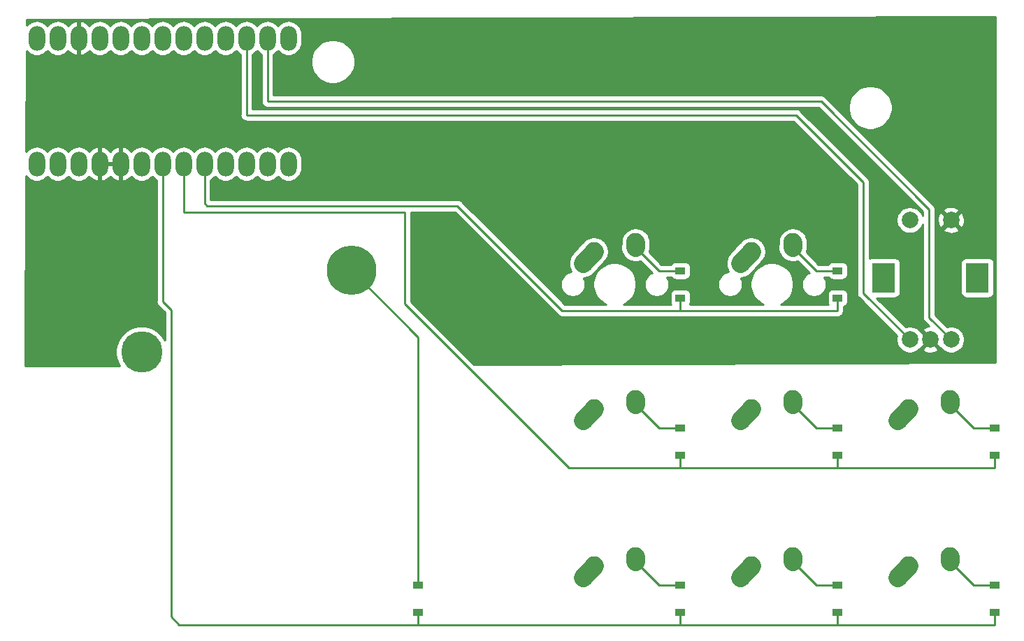
<source format=gbr>
G04 #@! TF.GenerationSoftware,KiCad,Pcbnew,(5.1.4)-1*
G04 #@! TF.CreationDate,2024-05-04T17:29:15-04:00*
G04 #@! TF.ProjectId,micarrizo-pad,6d696361-7272-4697-9a6f-2d7061642e6b,rev?*
G04 #@! TF.SameCoordinates,Original*
G04 #@! TF.FileFunction,Copper,L2,Bot*
G04 #@! TF.FilePolarity,Positive*
%FSLAX46Y46*%
G04 Gerber Fmt 4.6, Leading zero omitted, Abs format (unit mm)*
G04 Created by KiCad (PCBNEW (5.1.4)-1) date 2024-05-04 17:29:15*
%MOMM*%
%LPD*%
G04 APERTURE LIST*
%ADD10O,2.000000X3.000000*%
%ADD11C,2.000000*%
%ADD12R,2.800000X3.600000*%
%ADD13C,6.000000*%
%ADD14C,5.000000*%
%ADD15C,2.250000*%
%ADD16C,2.250000*%
%ADD17R,1.200000X0.900000*%
%ADD18C,0.250000*%
%ADD19C,0.254000*%
G04 APERTURE END LIST*
D10*
X62865000Y-51276250D03*
X62865000Y-36036250D03*
X60325000Y-51276250D03*
X60325000Y-36036250D03*
X57785000Y-51276250D03*
X57785000Y-36036250D03*
X55245000Y-51276250D03*
X55245000Y-36036250D03*
X52705000Y-51276250D03*
X52705000Y-36036250D03*
X50165000Y-51276250D03*
X50165000Y-36036250D03*
X47625000Y-51276250D03*
X47625000Y-36036250D03*
X45085000Y-51276250D03*
X45085000Y-36036250D03*
X42545000Y-51276250D03*
X42545000Y-36036250D03*
X40005000Y-51276250D03*
X40005000Y-36036250D03*
X37465000Y-51276250D03*
X37465000Y-36036250D03*
X34925000Y-51276250D03*
X34925000Y-36036250D03*
X32385000Y-51276250D03*
X32385000Y-36036250D03*
D11*
X143137500Y-72587500D03*
X140637500Y-72587500D03*
X138137500Y-72587500D03*
X143137500Y-58087500D03*
X138137500Y-58087500D03*
D12*
X146337500Y-65087500D03*
X134937500Y-65087500D03*
D13*
X70485000Y-64191250D03*
D14*
X45085000Y-74081250D03*
D15*
X137993750Y-99981250D03*
X137338751Y-100711250D03*
D16*
X136683750Y-101441250D02*
X137993752Y-99981250D01*
D15*
X143033750Y-98901250D03*
X143013750Y-99191250D03*
D16*
X142993750Y-99481250D02*
X143033750Y-98901250D01*
D15*
X118943750Y-99981250D03*
X118288751Y-100711250D03*
D16*
X117633750Y-101441250D02*
X118943752Y-99981250D01*
D15*
X123983750Y-98901250D03*
X123963750Y-99191250D03*
D16*
X123943750Y-99481250D02*
X123983750Y-98901250D01*
D15*
X99893750Y-99981250D03*
X99238751Y-100711250D03*
D16*
X98583750Y-101441250D02*
X99893752Y-99981250D01*
D15*
X104933750Y-98901250D03*
X104913750Y-99191250D03*
D16*
X104893750Y-99481250D02*
X104933750Y-98901250D01*
D15*
X137993750Y-80931250D03*
X137338751Y-81661250D03*
D16*
X136683750Y-82391250D02*
X137993752Y-80931250D01*
D15*
X143033750Y-79851250D03*
X143013750Y-80141250D03*
D16*
X142993750Y-80431250D02*
X143033750Y-79851250D01*
D15*
X118943750Y-80931250D03*
X118288751Y-81661250D03*
D16*
X117633750Y-82391250D02*
X118943752Y-80931250D01*
D15*
X123983750Y-79851250D03*
X123963750Y-80141250D03*
D16*
X123943750Y-80431250D02*
X123983750Y-79851250D01*
D15*
X99893750Y-80931250D03*
X99238751Y-81661250D03*
D16*
X98583750Y-82391250D02*
X99893752Y-80931250D01*
D15*
X104933750Y-79851250D03*
X104913750Y-80141250D03*
D16*
X104893750Y-80431250D02*
X104933750Y-79851250D01*
D15*
X118943750Y-61881250D03*
X118288751Y-62611250D03*
D16*
X117633750Y-63341250D02*
X118943752Y-61881250D01*
D15*
X123983750Y-60801250D03*
X123963750Y-61091250D03*
D16*
X123943750Y-61381250D02*
X123983750Y-60801250D01*
D15*
X99893750Y-61881250D03*
X99238751Y-62611250D03*
D16*
X98583750Y-63341250D02*
X99893752Y-61881250D01*
D15*
X104933750Y-60801250D03*
X104913750Y-61091250D03*
D16*
X104893750Y-61381250D02*
X104933750Y-60801250D01*
D17*
X148431250Y-102331250D03*
X148431250Y-105631250D03*
X129381250Y-102331250D03*
X129381250Y-105631250D03*
X110331250Y-102331250D03*
X110331250Y-105631250D03*
X78581250Y-102331250D03*
X78581250Y-105631250D03*
X148431250Y-83281250D03*
X148431250Y-86581250D03*
X129381250Y-83281250D03*
X129381250Y-86581250D03*
X110331250Y-83281250D03*
X110331250Y-86581250D03*
X129381250Y-64231250D03*
X129381250Y-67531250D03*
X110331250Y-64231250D03*
X110331250Y-67531250D03*
D18*
X107743750Y-64231250D02*
X110331250Y-64231250D01*
X104893750Y-61381250D02*
X107743750Y-64231250D01*
X110331250Y-69056250D02*
X110331250Y-67531250D01*
X129381250Y-67531250D02*
X129381250Y-69056250D01*
X129381250Y-69056250D02*
X110331250Y-69056250D01*
X52705000Y-55245000D02*
X52705000Y-51276250D01*
X66777252Y-56356250D02*
X53022500Y-56356250D01*
X67571002Y-56356250D02*
X66675000Y-56356250D01*
X52705000Y-56038750D02*
X53022500Y-56356250D01*
X52705000Y-51276250D02*
X52705000Y-56038750D01*
X110331250Y-69056250D02*
X96043750Y-69056250D01*
X96043750Y-69056250D02*
X83343750Y-56356250D01*
X83343750Y-56356250D02*
X67468750Y-56356250D01*
X126793750Y-64231250D02*
X129381250Y-64231250D01*
X123943750Y-61381250D02*
X126793750Y-64231250D01*
X107743750Y-83281250D02*
X110331250Y-83281250D01*
X104893750Y-80431250D02*
X107743750Y-83281250D01*
X110331250Y-88106250D02*
X110331250Y-86581250D01*
X148431250Y-86581250D02*
X148431250Y-88106250D01*
X129381250Y-86581250D02*
X129381250Y-88106250D01*
X148431250Y-88106250D02*
X129381250Y-88106250D01*
X129381250Y-88106250D02*
X110331250Y-88106250D01*
X96837500Y-88106250D02*
X110331250Y-88106250D01*
X76993750Y-68262500D02*
X96837500Y-88106250D01*
X76993750Y-57150000D02*
X76993750Y-68262500D01*
X50165000Y-51276250D02*
X50165000Y-57150000D01*
X50165000Y-57150000D02*
X76993750Y-57150000D01*
X126793750Y-83281250D02*
X129381250Y-83281250D01*
X123943750Y-80431250D02*
X126793750Y-83281250D01*
X145843750Y-83281250D02*
X148431250Y-83281250D01*
X142993750Y-80431250D02*
X145843750Y-83281250D01*
X78581250Y-72287500D02*
X70485000Y-64191250D01*
X78581250Y-102331250D02*
X78581250Y-72287500D01*
X78581250Y-105631250D02*
X78581250Y-107156250D01*
X148431250Y-107156250D02*
X148431250Y-105631250D01*
X129381250Y-105631250D02*
X129381250Y-107156250D01*
X78581250Y-107156250D02*
X129381250Y-107156250D01*
X129381250Y-107156250D02*
X148431250Y-107156250D01*
X110331250Y-105631250D02*
X110331250Y-107156250D01*
X47625000Y-51276250D02*
X47625000Y-67945000D01*
X47625000Y-67945000D02*
X48641000Y-68961000D01*
X48641000Y-68961000D02*
X48641000Y-106172000D01*
X49625250Y-107156250D02*
X48641000Y-106172000D01*
X78581250Y-107156250D02*
X49625250Y-107156250D01*
X107743750Y-102331250D02*
X110331250Y-102331250D01*
X104893750Y-99481250D02*
X107743750Y-102331250D01*
X126793750Y-102331250D02*
X129381250Y-102331250D01*
X123943750Y-99481250D02*
X126793750Y-102331250D01*
X145843750Y-102331250D02*
X148431250Y-102331250D01*
X142993750Y-99481250D02*
X145843750Y-102331250D01*
X57785000Y-45339000D02*
X57785000Y-36036250D01*
X124333000Y-45339000D02*
X57785000Y-45339000D01*
X132479000Y-53485000D02*
X124333000Y-45339000D01*
X138137500Y-72587500D02*
X132479000Y-66929000D01*
X132479000Y-66929000D02*
X132479000Y-53485000D01*
X140462000Y-69912000D02*
X143137500Y-72587500D01*
X140462000Y-56769000D02*
X140462000Y-69912000D01*
X127381000Y-43688000D02*
X140462000Y-56769000D01*
X60325000Y-36036250D02*
X60325000Y-43688000D01*
X60325000Y-43688000D02*
X127381000Y-43688000D01*
D19*
G36*
X148463000Y-75311513D02*
G01*
X85372852Y-75566801D01*
X77753750Y-67947699D01*
X77753750Y-57187333D01*
X77757427Y-57150000D01*
X77754103Y-57116250D01*
X83028949Y-57116250D01*
X95479951Y-69567253D01*
X95503749Y-69596251D01*
X95619474Y-69691224D01*
X95751503Y-69761796D01*
X95894764Y-69805253D01*
X96006417Y-69816250D01*
X96006426Y-69816250D01*
X96043749Y-69819926D01*
X96081072Y-69816250D01*
X110293917Y-69816250D01*
X110331250Y-69819927D01*
X110368583Y-69816250D01*
X129343917Y-69816250D01*
X129381250Y-69819927D01*
X129530236Y-69805253D01*
X129673497Y-69761796D01*
X129805526Y-69691224D01*
X129921251Y-69596251D01*
X130016224Y-69480526D01*
X130086796Y-69348497D01*
X130130253Y-69205236D01*
X130141250Y-69093583D01*
X130141250Y-69093582D01*
X130144927Y-69056250D01*
X130141250Y-69018917D01*
X130141250Y-68596288D01*
X130225430Y-68570752D01*
X130335744Y-68511787D01*
X130432435Y-68432435D01*
X130511787Y-68335744D01*
X130570752Y-68225430D01*
X130607062Y-68105732D01*
X130619322Y-67981250D01*
X130619322Y-67081250D01*
X130607062Y-66956768D01*
X130570752Y-66837070D01*
X130511787Y-66726756D01*
X130432435Y-66630065D01*
X130335744Y-66550713D01*
X130225430Y-66491748D01*
X130105732Y-66455438D01*
X129981250Y-66443178D01*
X128781250Y-66443178D01*
X128656768Y-66455438D01*
X128537070Y-66491748D01*
X128426756Y-66550713D01*
X128330065Y-66630065D01*
X128250713Y-66726756D01*
X128191748Y-66837070D01*
X128155438Y-66956768D01*
X128143178Y-67081250D01*
X128143178Y-67981250D01*
X128155438Y-68105732D01*
X128191748Y-68225430D01*
X128229603Y-68296250D01*
X122483071Y-68296250D01*
X122689001Y-68210951D01*
X123119576Y-67923250D01*
X123485750Y-67557076D01*
X123773451Y-67126501D01*
X123971623Y-66648072D01*
X124072650Y-66140174D01*
X124072650Y-65622326D01*
X123971623Y-65114428D01*
X123773451Y-64635999D01*
X123485750Y-64205424D01*
X123119576Y-63839250D01*
X122689001Y-63551549D01*
X122210572Y-63353377D01*
X121702674Y-63252350D01*
X121184826Y-63252350D01*
X120676928Y-63353377D01*
X120198499Y-63551549D01*
X119767924Y-63839250D01*
X119401750Y-64205424D01*
X119114049Y-64635999D01*
X118915877Y-65114428D01*
X118814850Y-65622326D01*
X118814850Y-66140174D01*
X118915877Y-66648072D01*
X119114049Y-67126501D01*
X119401750Y-67557076D01*
X119767924Y-67923250D01*
X120198499Y-68210951D01*
X120404429Y-68296250D01*
X111482897Y-68296250D01*
X111520752Y-68225430D01*
X111557062Y-68105732D01*
X111569322Y-67981250D01*
X111569322Y-67081250D01*
X111557062Y-66956768D01*
X111520752Y-66837070D01*
X111461787Y-66726756D01*
X111382435Y-66630065D01*
X111285744Y-66550713D01*
X111175430Y-66491748D01*
X111055732Y-66455438D01*
X110931250Y-66443178D01*
X109731250Y-66443178D01*
X109606768Y-66455438D01*
X109487070Y-66491748D01*
X109376756Y-66550713D01*
X109280065Y-66630065D01*
X109200713Y-66726756D01*
X109141748Y-66837070D01*
X109105438Y-66956768D01*
X109093178Y-67081250D01*
X109093178Y-67981250D01*
X109105438Y-68105732D01*
X109141748Y-68225430D01*
X109179603Y-68296250D01*
X103433071Y-68296250D01*
X103639001Y-68210951D01*
X104069576Y-67923250D01*
X104435750Y-67557076D01*
X104723451Y-67126501D01*
X104921623Y-66648072D01*
X105022650Y-66140174D01*
X105022650Y-65622326D01*
X104921623Y-65114428D01*
X104723451Y-64635999D01*
X104435750Y-64205424D01*
X104069576Y-63839250D01*
X103639001Y-63551549D01*
X103160572Y-63353377D01*
X102652674Y-63252350D01*
X102134826Y-63252350D01*
X101626928Y-63353377D01*
X101148499Y-63551549D01*
X100717924Y-63839250D01*
X100351750Y-64205424D01*
X100064049Y-64635999D01*
X99865877Y-65114428D01*
X99764850Y-65622326D01*
X99764850Y-66140174D01*
X99865877Y-66648072D01*
X100064049Y-67126501D01*
X100351750Y-67557076D01*
X100717924Y-67923250D01*
X101148499Y-68210951D01*
X101354429Y-68296250D01*
X96358552Y-68296250D01*
X93794830Y-65732528D01*
X95803750Y-65732528D01*
X95803750Y-66029972D01*
X95861779Y-66321701D01*
X95975606Y-66596503D01*
X96140857Y-66843819D01*
X96351181Y-67054143D01*
X96598497Y-67219394D01*
X96873299Y-67333221D01*
X97165028Y-67391250D01*
X97462472Y-67391250D01*
X97754201Y-67333221D01*
X98029003Y-67219394D01*
X98276319Y-67054143D01*
X98486643Y-66843819D01*
X98651894Y-66596503D01*
X98765721Y-66321701D01*
X98823750Y-66029972D01*
X98823750Y-65732528D01*
X98765721Y-65440799D01*
X98651894Y-65165997D01*
X98610564Y-65104142D01*
X98679376Y-65107177D01*
X99022054Y-65054589D01*
X99347889Y-64936159D01*
X99644357Y-64756437D01*
X99835993Y-64580992D01*
X101171950Y-63092066D01*
X101260831Y-63003185D01*
X101335577Y-62891320D01*
X101415194Y-62782837D01*
X101431729Y-62747419D01*
X101453442Y-62714923D01*
X101504925Y-62590632D01*
X101561851Y-62468695D01*
X101571160Y-62430726D01*
X101586114Y-62394623D01*
X101612360Y-62262676D01*
X101644403Y-62131977D01*
X101646125Y-62092927D01*
X101653750Y-62054595D01*
X101653750Y-61920052D01*
X101659679Y-61785624D01*
X101653750Y-61746989D01*
X101653750Y-61707905D01*
X101627501Y-61575941D01*
X101607091Y-61442946D01*
X101593739Y-61406211D01*
X101586114Y-61367877D01*
X101577221Y-61346407D01*
X103131973Y-61346407D01*
X103139590Y-61606112D01*
X103217163Y-61944011D01*
X103359169Y-62260284D01*
X103560146Y-62542776D01*
X103812374Y-62780631D01*
X104106158Y-62964709D01*
X104430209Y-63087934D01*
X104772073Y-63145574D01*
X105118612Y-63135410D01*
X105456511Y-63057837D01*
X105483443Y-63045745D01*
X106915692Y-64477994D01*
X106758497Y-64543106D01*
X106511181Y-64708357D01*
X106300857Y-64918681D01*
X106135606Y-65165997D01*
X106021779Y-65440799D01*
X105963750Y-65732528D01*
X105963750Y-66029972D01*
X106021779Y-66321701D01*
X106135606Y-66596503D01*
X106300857Y-66843819D01*
X106511181Y-67054143D01*
X106758497Y-67219394D01*
X107033299Y-67333221D01*
X107325028Y-67391250D01*
X107622472Y-67391250D01*
X107914201Y-67333221D01*
X108189003Y-67219394D01*
X108436319Y-67054143D01*
X108646643Y-66843819D01*
X108811894Y-66596503D01*
X108925721Y-66321701D01*
X108983750Y-66029972D01*
X108983750Y-65732528D01*
X114853750Y-65732528D01*
X114853750Y-66029972D01*
X114911779Y-66321701D01*
X115025606Y-66596503D01*
X115190857Y-66843819D01*
X115401181Y-67054143D01*
X115648497Y-67219394D01*
X115923299Y-67333221D01*
X116215028Y-67391250D01*
X116512472Y-67391250D01*
X116804201Y-67333221D01*
X117079003Y-67219394D01*
X117326319Y-67054143D01*
X117536643Y-66843819D01*
X117701894Y-66596503D01*
X117815721Y-66321701D01*
X117873750Y-66029972D01*
X117873750Y-65732528D01*
X117815721Y-65440799D01*
X117701894Y-65165997D01*
X117660564Y-65104142D01*
X117729376Y-65107177D01*
X118072054Y-65054589D01*
X118397889Y-64936159D01*
X118694357Y-64756437D01*
X118885993Y-64580992D01*
X120221950Y-63092066D01*
X120310831Y-63003185D01*
X120385577Y-62891320D01*
X120465194Y-62782837D01*
X120481729Y-62747419D01*
X120503442Y-62714923D01*
X120554925Y-62590632D01*
X120611851Y-62468695D01*
X120621160Y-62430726D01*
X120636114Y-62394623D01*
X120662360Y-62262676D01*
X120694403Y-62131977D01*
X120696125Y-62092927D01*
X120703750Y-62054595D01*
X120703750Y-61920052D01*
X120709679Y-61785624D01*
X120703750Y-61746989D01*
X120703750Y-61707905D01*
X120677501Y-61575941D01*
X120657091Y-61442946D01*
X120643739Y-61406211D01*
X120636114Y-61367877D01*
X120627221Y-61346407D01*
X122181973Y-61346407D01*
X122189590Y-61606112D01*
X122267163Y-61944011D01*
X122409169Y-62260284D01*
X122610146Y-62542776D01*
X122862374Y-62780631D01*
X123156158Y-62964709D01*
X123480209Y-63087934D01*
X123822073Y-63145574D01*
X124168612Y-63135410D01*
X124506511Y-63057837D01*
X124533443Y-63045745D01*
X125965692Y-64477994D01*
X125808497Y-64543106D01*
X125561181Y-64708357D01*
X125350857Y-64918681D01*
X125185606Y-65165997D01*
X125071779Y-65440799D01*
X125013750Y-65732528D01*
X125013750Y-66029972D01*
X125071779Y-66321701D01*
X125185606Y-66596503D01*
X125350857Y-66843819D01*
X125561181Y-67054143D01*
X125808497Y-67219394D01*
X126083299Y-67333221D01*
X126375028Y-67391250D01*
X126672472Y-67391250D01*
X126964201Y-67333221D01*
X127239003Y-67219394D01*
X127486319Y-67054143D01*
X127696643Y-66843819D01*
X127861894Y-66596503D01*
X127975721Y-66321701D01*
X128033750Y-66029972D01*
X128033750Y-65732528D01*
X127975721Y-65440799D01*
X127861894Y-65165997D01*
X127745132Y-64991250D01*
X128226930Y-64991250D01*
X128250713Y-65035744D01*
X128330065Y-65132435D01*
X128426756Y-65211787D01*
X128537070Y-65270752D01*
X128656768Y-65307062D01*
X128781250Y-65319322D01*
X129981250Y-65319322D01*
X130105732Y-65307062D01*
X130225430Y-65270752D01*
X130335744Y-65211787D01*
X130432435Y-65132435D01*
X130511787Y-65035744D01*
X130570752Y-64925430D01*
X130607062Y-64805732D01*
X130619322Y-64681250D01*
X130619322Y-63781250D01*
X130607062Y-63656768D01*
X130570752Y-63537070D01*
X130511787Y-63426756D01*
X130432435Y-63330065D01*
X130335744Y-63250713D01*
X130225430Y-63191748D01*
X130105732Y-63155438D01*
X129981250Y-63143178D01*
X128781250Y-63143178D01*
X128656768Y-63155438D01*
X128537070Y-63191748D01*
X128426756Y-63250713D01*
X128330065Y-63330065D01*
X128250713Y-63426756D01*
X128226930Y-63471250D01*
X127108552Y-63471250D01*
X125604056Y-61966754D01*
X125650434Y-61844791D01*
X125693631Y-61588589D01*
X125731849Y-61034425D01*
X125743750Y-60974595D01*
X125743750Y-60861861D01*
X125745527Y-60836094D01*
X125743750Y-60775506D01*
X125743750Y-60627905D01*
X125738672Y-60602378D01*
X125737910Y-60576387D01*
X125704909Y-60432637D01*
X125676114Y-60287877D01*
X125666157Y-60263838D01*
X125660337Y-60238488D01*
X125599927Y-60103944D01*
X125543442Y-59967577D01*
X125528980Y-59945933D01*
X125518331Y-59922216D01*
X125432846Y-59802059D01*
X125350831Y-59679315D01*
X125332428Y-59660912D01*
X125317354Y-59639724D01*
X125210061Y-59538545D01*
X125105685Y-59434169D01*
X125084044Y-59419709D01*
X125065126Y-59401869D01*
X124940157Y-59323566D01*
X124817423Y-59241558D01*
X124793378Y-59231598D01*
X124771342Y-59217791D01*
X124633490Y-59165371D01*
X124497123Y-59108886D01*
X124471596Y-59103808D01*
X124447291Y-59094566D01*
X124301858Y-59070045D01*
X124157095Y-59041250D01*
X124131073Y-59041250D01*
X124105427Y-59036926D01*
X123957987Y-59041250D01*
X123810405Y-59041250D01*
X123784883Y-59046327D01*
X123758888Y-59047089D01*
X123615125Y-59080094D01*
X123470377Y-59108886D01*
X123446337Y-59118844D01*
X123420989Y-59124663D01*
X123286439Y-59185075D01*
X123150077Y-59241558D01*
X123128437Y-59256017D01*
X123104716Y-59266668D01*
X122984546Y-59352163D01*
X122861815Y-59434169D01*
X122843412Y-59452572D01*
X122822224Y-59467646D01*
X122721038Y-59574946D01*
X122616669Y-59679315D01*
X122602211Y-59700953D01*
X122584369Y-59719873D01*
X122506060Y-59844852D01*
X122424058Y-59967577D01*
X122414098Y-59991622D01*
X122400291Y-60013658D01*
X122347869Y-60151514D01*
X122291386Y-60287877D01*
X122286309Y-60313402D01*
X122277066Y-60337708D01*
X122252544Y-60483148D01*
X122223750Y-60627905D01*
X122223750Y-60740636D01*
X122181973Y-61346407D01*
X120627221Y-61346407D01*
X120584624Y-61243570D01*
X120538661Y-61117111D01*
X120518400Y-61083688D01*
X120503442Y-61047577D01*
X120428685Y-60935696D01*
X120358939Y-60820643D01*
X120332548Y-60791816D01*
X120310831Y-60759315D01*
X120215684Y-60664168D01*
X120124833Y-60564933D01*
X120093325Y-60541809D01*
X120065685Y-60514169D01*
X119953800Y-60439409D01*
X119845338Y-60359808D01*
X119809926Y-60343276D01*
X119777423Y-60321558D01*
X119653103Y-60270063D01*
X119531196Y-60213151D01*
X119493236Y-60203845D01*
X119457123Y-60188886D01*
X119325138Y-60162632D01*
X119194478Y-60130599D01*
X119155439Y-60128877D01*
X119117095Y-60121250D01*
X118982508Y-60121250D01*
X118848125Y-60115323D01*
X118809503Y-60121250D01*
X118770405Y-60121250D01*
X118638394Y-60147509D01*
X118505447Y-60167911D01*
X118468726Y-60181258D01*
X118430377Y-60188886D01*
X118306019Y-60240397D01*
X118179613Y-60286341D01*
X118146204Y-60306594D01*
X118110077Y-60321558D01*
X117998150Y-60396345D01*
X117883144Y-60466063D01*
X117854328Y-60492445D01*
X117821815Y-60514169D01*
X117726637Y-60609347D01*
X117691508Y-60641508D01*
X117665587Y-60670397D01*
X117576669Y-60759315D01*
X117550023Y-60799193D01*
X116266034Y-62230203D01*
X116112308Y-62439664D01*
X115965651Y-62753806D01*
X115883099Y-63090524D01*
X115867823Y-63436876D01*
X115920411Y-63779554D01*
X116038841Y-64105389D01*
X116201625Y-64373916D01*
X115923299Y-64429279D01*
X115648497Y-64543106D01*
X115401181Y-64708357D01*
X115190857Y-64918681D01*
X115025606Y-65165997D01*
X114911779Y-65440799D01*
X114853750Y-65732528D01*
X108983750Y-65732528D01*
X108925721Y-65440799D01*
X108811894Y-65165997D01*
X108695132Y-64991250D01*
X109176930Y-64991250D01*
X109200713Y-65035744D01*
X109280065Y-65132435D01*
X109376756Y-65211787D01*
X109487070Y-65270752D01*
X109606768Y-65307062D01*
X109731250Y-65319322D01*
X110931250Y-65319322D01*
X111055732Y-65307062D01*
X111175430Y-65270752D01*
X111285744Y-65211787D01*
X111382435Y-65132435D01*
X111461787Y-65035744D01*
X111520752Y-64925430D01*
X111557062Y-64805732D01*
X111569322Y-64681250D01*
X111569322Y-63781250D01*
X111557062Y-63656768D01*
X111520752Y-63537070D01*
X111461787Y-63426756D01*
X111382435Y-63330065D01*
X111285744Y-63250713D01*
X111175430Y-63191748D01*
X111055732Y-63155438D01*
X110931250Y-63143178D01*
X109731250Y-63143178D01*
X109606768Y-63155438D01*
X109487070Y-63191748D01*
X109376756Y-63250713D01*
X109280065Y-63330065D01*
X109200713Y-63426756D01*
X109176930Y-63471250D01*
X108058552Y-63471250D01*
X106554056Y-61966754D01*
X106600434Y-61844791D01*
X106643631Y-61588589D01*
X106681849Y-61034425D01*
X106693750Y-60974595D01*
X106693750Y-60861861D01*
X106695527Y-60836094D01*
X106693750Y-60775506D01*
X106693750Y-60627905D01*
X106688672Y-60602378D01*
X106687910Y-60576387D01*
X106654909Y-60432637D01*
X106626114Y-60287877D01*
X106616157Y-60263838D01*
X106610337Y-60238488D01*
X106549927Y-60103944D01*
X106493442Y-59967577D01*
X106478980Y-59945933D01*
X106468331Y-59922216D01*
X106382846Y-59802059D01*
X106300831Y-59679315D01*
X106282428Y-59660912D01*
X106267354Y-59639724D01*
X106160061Y-59538545D01*
X106055685Y-59434169D01*
X106034044Y-59419709D01*
X106015126Y-59401869D01*
X105890157Y-59323566D01*
X105767423Y-59241558D01*
X105743378Y-59231598D01*
X105721342Y-59217791D01*
X105583490Y-59165371D01*
X105447123Y-59108886D01*
X105421596Y-59103808D01*
X105397291Y-59094566D01*
X105251858Y-59070045D01*
X105107095Y-59041250D01*
X105081073Y-59041250D01*
X105055427Y-59036926D01*
X104907987Y-59041250D01*
X104760405Y-59041250D01*
X104734883Y-59046327D01*
X104708888Y-59047089D01*
X104565125Y-59080094D01*
X104420377Y-59108886D01*
X104396337Y-59118844D01*
X104370989Y-59124663D01*
X104236439Y-59185075D01*
X104100077Y-59241558D01*
X104078437Y-59256017D01*
X104054716Y-59266668D01*
X103934546Y-59352163D01*
X103811815Y-59434169D01*
X103793412Y-59452572D01*
X103772224Y-59467646D01*
X103671038Y-59574946D01*
X103566669Y-59679315D01*
X103552211Y-59700953D01*
X103534369Y-59719873D01*
X103456060Y-59844852D01*
X103374058Y-59967577D01*
X103364098Y-59991622D01*
X103350291Y-60013658D01*
X103297869Y-60151514D01*
X103241386Y-60287877D01*
X103236309Y-60313402D01*
X103227066Y-60337708D01*
X103202544Y-60483148D01*
X103173750Y-60627905D01*
X103173750Y-60740636D01*
X103131973Y-61346407D01*
X101577221Y-61346407D01*
X101534624Y-61243570D01*
X101488661Y-61117111D01*
X101468400Y-61083688D01*
X101453442Y-61047577D01*
X101378685Y-60935696D01*
X101308939Y-60820643D01*
X101282548Y-60791816D01*
X101260831Y-60759315D01*
X101165684Y-60664168D01*
X101074833Y-60564933D01*
X101043325Y-60541809D01*
X101015685Y-60514169D01*
X100903800Y-60439409D01*
X100795338Y-60359808D01*
X100759926Y-60343276D01*
X100727423Y-60321558D01*
X100603103Y-60270063D01*
X100481196Y-60213151D01*
X100443236Y-60203845D01*
X100407123Y-60188886D01*
X100275138Y-60162632D01*
X100144478Y-60130599D01*
X100105439Y-60128877D01*
X100067095Y-60121250D01*
X99932508Y-60121250D01*
X99798125Y-60115323D01*
X99759503Y-60121250D01*
X99720405Y-60121250D01*
X99588394Y-60147509D01*
X99455447Y-60167911D01*
X99418726Y-60181258D01*
X99380377Y-60188886D01*
X99256019Y-60240397D01*
X99129613Y-60286341D01*
X99096204Y-60306594D01*
X99060077Y-60321558D01*
X98948150Y-60396345D01*
X98833144Y-60466063D01*
X98804328Y-60492445D01*
X98771815Y-60514169D01*
X98676637Y-60609347D01*
X98641508Y-60641508D01*
X98615587Y-60670397D01*
X98526669Y-60759315D01*
X98500023Y-60799193D01*
X97216034Y-62230203D01*
X97062308Y-62439664D01*
X96915651Y-62753806D01*
X96833099Y-63090524D01*
X96817823Y-63436876D01*
X96870411Y-63779554D01*
X96988841Y-64105389D01*
X97151625Y-64373916D01*
X96873299Y-64429279D01*
X96598497Y-64543106D01*
X96351181Y-64708357D01*
X96140857Y-64918681D01*
X95975606Y-65165997D01*
X95861779Y-65440799D01*
X95803750Y-65732528D01*
X93794830Y-65732528D01*
X83907554Y-55845253D01*
X83883751Y-55816249D01*
X83768026Y-55721276D01*
X83635997Y-55650704D01*
X83492736Y-55607247D01*
X83381083Y-55596250D01*
X83381072Y-55596250D01*
X83343750Y-55592574D01*
X83306428Y-55596250D01*
X53465000Y-55596250D01*
X53465000Y-53223929D01*
X53617752Y-53142281D01*
X53866714Y-52937964D01*
X53975000Y-52806016D01*
X54083287Y-52937964D01*
X54332249Y-53142281D01*
X54616286Y-53294102D01*
X54924485Y-53387593D01*
X55245000Y-53419161D01*
X55565516Y-53387593D01*
X55873715Y-53294102D01*
X56157752Y-53142281D01*
X56406714Y-52937964D01*
X56515000Y-52806016D01*
X56623287Y-52937964D01*
X56872249Y-53142281D01*
X57156286Y-53294102D01*
X57464485Y-53387593D01*
X57785000Y-53419161D01*
X58105516Y-53387593D01*
X58413715Y-53294102D01*
X58697752Y-53142281D01*
X58946714Y-52937964D01*
X59055000Y-52806016D01*
X59163287Y-52937964D01*
X59412249Y-53142281D01*
X59696286Y-53294102D01*
X60004485Y-53387593D01*
X60325000Y-53419161D01*
X60645516Y-53387593D01*
X60953715Y-53294102D01*
X61237752Y-53142281D01*
X61486714Y-52937964D01*
X61595000Y-52806016D01*
X61703287Y-52937964D01*
X61952249Y-53142281D01*
X62236286Y-53294102D01*
X62544485Y-53387593D01*
X62865000Y-53419161D01*
X63185516Y-53387593D01*
X63493715Y-53294102D01*
X63777752Y-53142281D01*
X64026714Y-52937964D01*
X64231031Y-52689002D01*
X64382852Y-52404965D01*
X64476343Y-52096766D01*
X64500000Y-51856572D01*
X64500000Y-50695928D01*
X64476343Y-50455734D01*
X64382852Y-50147535D01*
X64231031Y-49863498D01*
X64026714Y-49614536D01*
X63777751Y-49410219D01*
X63493714Y-49258398D01*
X63185515Y-49164907D01*
X62865000Y-49133339D01*
X62544484Y-49164907D01*
X62236285Y-49258398D01*
X61952248Y-49410219D01*
X61703286Y-49614536D01*
X61595000Y-49746484D01*
X61486714Y-49614536D01*
X61237751Y-49410219D01*
X60953714Y-49258398D01*
X60645515Y-49164907D01*
X60325000Y-49133339D01*
X60004484Y-49164907D01*
X59696285Y-49258398D01*
X59412248Y-49410219D01*
X59163286Y-49614536D01*
X59055000Y-49746484D01*
X58946714Y-49614536D01*
X58697751Y-49410219D01*
X58413714Y-49258398D01*
X58105515Y-49164907D01*
X57785000Y-49133339D01*
X57464484Y-49164907D01*
X57156285Y-49258398D01*
X56872248Y-49410219D01*
X56623286Y-49614536D01*
X56515000Y-49746484D01*
X56406714Y-49614536D01*
X56157751Y-49410219D01*
X55873714Y-49258398D01*
X55565515Y-49164907D01*
X55245000Y-49133339D01*
X54924484Y-49164907D01*
X54616285Y-49258398D01*
X54332248Y-49410219D01*
X54083286Y-49614536D01*
X53975000Y-49746484D01*
X53866714Y-49614536D01*
X53617751Y-49410219D01*
X53333714Y-49258398D01*
X53025515Y-49164907D01*
X52705000Y-49133339D01*
X52384484Y-49164907D01*
X52076285Y-49258398D01*
X51792248Y-49410219D01*
X51543286Y-49614536D01*
X51435000Y-49746484D01*
X51326714Y-49614536D01*
X51077751Y-49410219D01*
X50793714Y-49258398D01*
X50485515Y-49164907D01*
X50165000Y-49133339D01*
X49844484Y-49164907D01*
X49536285Y-49258398D01*
X49252248Y-49410219D01*
X49003286Y-49614536D01*
X48895000Y-49746484D01*
X48786714Y-49614536D01*
X48537751Y-49410219D01*
X48253714Y-49258398D01*
X47945515Y-49164907D01*
X47625000Y-49133339D01*
X47304484Y-49164907D01*
X46996285Y-49258398D01*
X46712248Y-49410219D01*
X46463286Y-49614536D01*
X46355000Y-49746484D01*
X46246714Y-49614536D01*
X45997751Y-49410219D01*
X45713714Y-49258398D01*
X45405515Y-49164907D01*
X45085000Y-49133339D01*
X44764484Y-49164907D01*
X44456285Y-49258398D01*
X44172248Y-49410219D01*
X43923286Y-49614536D01*
X43816716Y-49744393D01*
X43611317Y-49530328D01*
X43347761Y-49346240D01*
X43053355Y-49217106D01*
X42925434Y-49186126D01*
X42672000Y-49305473D01*
X42672000Y-51149250D01*
X42692000Y-51149250D01*
X42692000Y-51403250D01*
X42672000Y-51403250D01*
X42672000Y-53247027D01*
X42925434Y-53366374D01*
X43053355Y-53335394D01*
X43347761Y-53206260D01*
X43611317Y-53022172D01*
X43816717Y-52808107D01*
X43923287Y-52937964D01*
X44172249Y-53142281D01*
X44456286Y-53294102D01*
X44764485Y-53387593D01*
X45085000Y-53419161D01*
X45405516Y-53387593D01*
X45713715Y-53294102D01*
X45997752Y-53142281D01*
X46246714Y-52937964D01*
X46355000Y-52806016D01*
X46463287Y-52937964D01*
X46712249Y-53142281D01*
X46865000Y-53223928D01*
X46865001Y-67907667D01*
X46861324Y-67945000D01*
X46875998Y-68093985D01*
X46919454Y-68237246D01*
X46990026Y-68369276D01*
X47032702Y-68421276D01*
X47085000Y-68485001D01*
X47113998Y-68508799D01*
X47881000Y-69275802D01*
X47881000Y-72639242D01*
X47863201Y-72596271D01*
X47520114Y-72082804D01*
X47083446Y-71646136D01*
X46569979Y-71303049D01*
X45999446Y-71066726D01*
X45393771Y-70946250D01*
X44776229Y-70946250D01*
X44170554Y-71066726D01*
X43600021Y-71303049D01*
X43086554Y-71646136D01*
X42649886Y-72082804D01*
X42306799Y-72596271D01*
X42070476Y-73166804D01*
X41950000Y-73772479D01*
X41950000Y-74390021D01*
X42070476Y-74995696D01*
X42306799Y-75566229D01*
X42423304Y-75740591D01*
X31020133Y-75786733D01*
X31089239Y-52774625D01*
X31223287Y-52937964D01*
X31472249Y-53142281D01*
X31756286Y-53294102D01*
X32064485Y-53387593D01*
X32385000Y-53419161D01*
X32705516Y-53387593D01*
X33013715Y-53294102D01*
X33297752Y-53142281D01*
X33546714Y-52937964D01*
X33655000Y-52806016D01*
X33763287Y-52937964D01*
X34012249Y-53142281D01*
X34296286Y-53294102D01*
X34604485Y-53387593D01*
X34925000Y-53419161D01*
X35245516Y-53387593D01*
X35553715Y-53294102D01*
X35837752Y-53142281D01*
X36086714Y-52937964D01*
X36195000Y-52806016D01*
X36303287Y-52937964D01*
X36552249Y-53142281D01*
X36836286Y-53294102D01*
X37144485Y-53387593D01*
X37465000Y-53419161D01*
X37785516Y-53387593D01*
X38093715Y-53294102D01*
X38377752Y-53142281D01*
X38626714Y-52937964D01*
X38733284Y-52808108D01*
X38938683Y-53022172D01*
X39202239Y-53206260D01*
X39496645Y-53335394D01*
X39624566Y-53366374D01*
X39878000Y-53247027D01*
X39878000Y-51403250D01*
X40132000Y-51403250D01*
X40132000Y-53247027D01*
X40385434Y-53366374D01*
X40513355Y-53335394D01*
X40807761Y-53206260D01*
X41071317Y-53022172D01*
X41275000Y-52809896D01*
X41478683Y-53022172D01*
X41742239Y-53206260D01*
X42036645Y-53335394D01*
X42164566Y-53366374D01*
X42418000Y-53247027D01*
X42418000Y-51403250D01*
X40132000Y-51403250D01*
X39878000Y-51403250D01*
X39858000Y-51403250D01*
X39858000Y-51149250D01*
X39878000Y-51149250D01*
X39878000Y-49305473D01*
X40132000Y-49305473D01*
X40132000Y-51149250D01*
X42418000Y-51149250D01*
X42418000Y-49305473D01*
X42164566Y-49186126D01*
X42036645Y-49217106D01*
X41742239Y-49346240D01*
X41478683Y-49530328D01*
X41275000Y-49742604D01*
X41071317Y-49530328D01*
X40807761Y-49346240D01*
X40513355Y-49217106D01*
X40385434Y-49186126D01*
X40132000Y-49305473D01*
X39878000Y-49305473D01*
X39624566Y-49186126D01*
X39496645Y-49217106D01*
X39202239Y-49346240D01*
X38938683Y-49530328D01*
X38733284Y-49744392D01*
X38626714Y-49614536D01*
X38377751Y-49410219D01*
X38093714Y-49258398D01*
X37785515Y-49164907D01*
X37465000Y-49133339D01*
X37144484Y-49164907D01*
X36836285Y-49258398D01*
X36552248Y-49410219D01*
X36303286Y-49614536D01*
X36195000Y-49746484D01*
X36086714Y-49614536D01*
X35837751Y-49410219D01*
X35553714Y-49258398D01*
X35245515Y-49164907D01*
X34925000Y-49133339D01*
X34604484Y-49164907D01*
X34296285Y-49258398D01*
X34012248Y-49410219D01*
X33763286Y-49614536D01*
X33655000Y-49746484D01*
X33546714Y-49614536D01*
X33297751Y-49410219D01*
X33013714Y-49258398D01*
X32705515Y-49164907D01*
X32385000Y-49133339D01*
X32064484Y-49164907D01*
X31756285Y-49258398D01*
X31472248Y-49410219D01*
X31223286Y-49614536D01*
X31098271Y-49766869D01*
X31134838Y-37590188D01*
X31223287Y-37697964D01*
X31472249Y-37902281D01*
X31756286Y-38054102D01*
X32064485Y-38147593D01*
X32385000Y-38179161D01*
X32705516Y-38147593D01*
X33013715Y-38054102D01*
X33297752Y-37902281D01*
X33546714Y-37697964D01*
X33655001Y-37566016D01*
X33763287Y-37697964D01*
X34012249Y-37902281D01*
X34296286Y-38054102D01*
X34604485Y-38147593D01*
X34925000Y-38179161D01*
X35245516Y-38147593D01*
X35553715Y-38054102D01*
X35837752Y-37902281D01*
X36086714Y-37697964D01*
X36193284Y-37568108D01*
X36398683Y-37782172D01*
X36662239Y-37966260D01*
X36956645Y-38095394D01*
X37084566Y-38126374D01*
X37338000Y-38007027D01*
X37338000Y-36163250D01*
X37318000Y-36163250D01*
X37318000Y-35909250D01*
X37338000Y-35909250D01*
X37338000Y-34065473D01*
X37592000Y-34065473D01*
X37592000Y-35909250D01*
X37612000Y-35909250D01*
X37612000Y-36163250D01*
X37592000Y-36163250D01*
X37592000Y-38007027D01*
X37845434Y-38126374D01*
X37973355Y-38095394D01*
X38267761Y-37966260D01*
X38531317Y-37782172D01*
X38736717Y-37568107D01*
X38843287Y-37697964D01*
X39092249Y-37902281D01*
X39376286Y-38054102D01*
X39684485Y-38147593D01*
X40005000Y-38179161D01*
X40325516Y-38147593D01*
X40633715Y-38054102D01*
X40917752Y-37902281D01*
X41166714Y-37697964D01*
X41275001Y-37566016D01*
X41383287Y-37697964D01*
X41632249Y-37902281D01*
X41916286Y-38054102D01*
X42224485Y-38147593D01*
X42545000Y-38179161D01*
X42865516Y-38147593D01*
X43173715Y-38054102D01*
X43457752Y-37902281D01*
X43706714Y-37697964D01*
X43815001Y-37566016D01*
X43923287Y-37697964D01*
X44172249Y-37902281D01*
X44456286Y-38054102D01*
X44764485Y-38147593D01*
X45085000Y-38179161D01*
X45405516Y-38147593D01*
X45713715Y-38054102D01*
X45997752Y-37902281D01*
X46246714Y-37697964D01*
X46355001Y-37566016D01*
X46463287Y-37697964D01*
X46712249Y-37902281D01*
X46996286Y-38054102D01*
X47304485Y-38147593D01*
X47625000Y-38179161D01*
X47945516Y-38147593D01*
X48253715Y-38054102D01*
X48537752Y-37902281D01*
X48786714Y-37697964D01*
X48895001Y-37566016D01*
X49003287Y-37697964D01*
X49252249Y-37902281D01*
X49536286Y-38054102D01*
X49844485Y-38147593D01*
X50165000Y-38179161D01*
X50485516Y-38147593D01*
X50793715Y-38054102D01*
X51077752Y-37902281D01*
X51326714Y-37697964D01*
X51435001Y-37566016D01*
X51543287Y-37697964D01*
X51792249Y-37902281D01*
X52076286Y-38054102D01*
X52384485Y-38147593D01*
X52705000Y-38179161D01*
X53025516Y-38147593D01*
X53333715Y-38054102D01*
X53617752Y-37902281D01*
X53866714Y-37697964D01*
X53975001Y-37566016D01*
X54083287Y-37697964D01*
X54332249Y-37902281D01*
X54616286Y-38054102D01*
X54924485Y-38147593D01*
X55245000Y-38179161D01*
X55565516Y-38147593D01*
X55873715Y-38054102D01*
X56157752Y-37902281D01*
X56406714Y-37697964D01*
X56515001Y-37566016D01*
X56623287Y-37697964D01*
X56872249Y-37902281D01*
X57025001Y-37983929D01*
X57025000Y-45301667D01*
X57021323Y-45339000D01*
X57035997Y-45487986D01*
X57079454Y-45631247D01*
X57150026Y-45763276D01*
X57166663Y-45783548D01*
X57244999Y-45879001D01*
X57360724Y-45973974D01*
X57492753Y-46044546D01*
X57636014Y-46088003D01*
X57785000Y-46102677D01*
X57822333Y-46099000D01*
X124018199Y-46099000D01*
X131719001Y-53799803D01*
X131719000Y-66891678D01*
X131715324Y-66929000D01*
X131719000Y-66966322D01*
X131719000Y-66966332D01*
X131729997Y-67077985D01*
X131761344Y-67181324D01*
X131773454Y-67221246D01*
X131844026Y-67353276D01*
X131866944Y-67381201D01*
X131938999Y-67469001D01*
X131968003Y-67492804D01*
X136571323Y-72096125D01*
X136565332Y-72110588D01*
X136502500Y-72426467D01*
X136502500Y-72748533D01*
X136565332Y-73064412D01*
X136688582Y-73361963D01*
X136867513Y-73629752D01*
X137095248Y-73857487D01*
X137363037Y-74036418D01*
X137660588Y-74159668D01*
X137976467Y-74222500D01*
X138298533Y-74222500D01*
X138614412Y-74159668D01*
X138911963Y-74036418D01*
X139179752Y-73857487D01*
X139314326Y-73722913D01*
X139681692Y-73722913D01*
X139777456Y-73987314D01*
X140067071Y-74128204D01*
X140378608Y-74209884D01*
X140700095Y-74229218D01*
X141019175Y-74185461D01*
X141323588Y-74080295D01*
X141497544Y-73987314D01*
X141593308Y-73722913D01*
X140637500Y-72767105D01*
X139681692Y-73722913D01*
X139314326Y-73722913D01*
X139407487Y-73629752D01*
X139472425Y-73532565D01*
X139502087Y-73543308D01*
X140457895Y-72587500D01*
X139502087Y-71631692D01*
X139472425Y-71642435D01*
X139407487Y-71545248D01*
X139179752Y-71317513D01*
X138911963Y-71138582D01*
X138614412Y-71015332D01*
X138298533Y-70952500D01*
X137976467Y-70952500D01*
X137660588Y-71015332D01*
X137646125Y-71021323D01*
X134150373Y-67525572D01*
X136337500Y-67525572D01*
X136461982Y-67513312D01*
X136581680Y-67477002D01*
X136691994Y-67418037D01*
X136788685Y-67338685D01*
X136868037Y-67241994D01*
X136927002Y-67131680D01*
X136963312Y-67011982D01*
X136975572Y-66887500D01*
X136975572Y-63287500D01*
X136963312Y-63163018D01*
X136927002Y-63043320D01*
X136868037Y-62933006D01*
X136788685Y-62836315D01*
X136691994Y-62756963D01*
X136581680Y-62697998D01*
X136461982Y-62661688D01*
X136337500Y-62649428D01*
X133537500Y-62649428D01*
X133413018Y-62661688D01*
X133293320Y-62697998D01*
X133239000Y-62727033D01*
X133239000Y-53522325D01*
X133242676Y-53485000D01*
X133239000Y-53447675D01*
X133239000Y-53447667D01*
X133228003Y-53336014D01*
X133184546Y-53192753D01*
X133113974Y-53060724D01*
X133019001Y-52944999D01*
X132990003Y-52921201D01*
X124896804Y-44828003D01*
X124873001Y-44798999D01*
X124757276Y-44704026D01*
X124625247Y-44633454D01*
X124481986Y-44589997D01*
X124370333Y-44579000D01*
X124370322Y-44579000D01*
X124333000Y-44575324D01*
X124295678Y-44579000D01*
X58545000Y-44579000D01*
X58545000Y-37983929D01*
X58697752Y-37902281D01*
X58946714Y-37697964D01*
X59055001Y-37566016D01*
X59163287Y-37697964D01*
X59412249Y-37902281D01*
X59565000Y-37983928D01*
X59565001Y-43650657D01*
X59561323Y-43688000D01*
X59575997Y-43836986D01*
X59619454Y-43980247D01*
X59690026Y-44112276D01*
X59784999Y-44228001D01*
X59900724Y-44322974D01*
X60032753Y-44393546D01*
X60176014Y-44437003D01*
X60287667Y-44448000D01*
X60325000Y-44451677D01*
X60362333Y-44448000D01*
X127066199Y-44448000D01*
X139702000Y-57083802D01*
X139702000Y-57592076D01*
X139586418Y-57313037D01*
X139407487Y-57045248D01*
X139179752Y-56817513D01*
X138911963Y-56638582D01*
X138614412Y-56515332D01*
X138298533Y-56452500D01*
X137976467Y-56452500D01*
X137660588Y-56515332D01*
X137363037Y-56638582D01*
X137095248Y-56817513D01*
X136867513Y-57045248D01*
X136688582Y-57313037D01*
X136565332Y-57610588D01*
X136502500Y-57926467D01*
X136502500Y-58248533D01*
X136565332Y-58564412D01*
X136688582Y-58861963D01*
X136867513Y-59129752D01*
X137095248Y-59357487D01*
X137363037Y-59536418D01*
X137660588Y-59659668D01*
X137976467Y-59722500D01*
X138298533Y-59722500D01*
X138614412Y-59659668D01*
X138911963Y-59536418D01*
X139179752Y-59357487D01*
X139407487Y-59129752D01*
X139586418Y-58861963D01*
X139702000Y-58582924D01*
X139702001Y-69874668D01*
X139698324Y-69912000D01*
X139712998Y-70060985D01*
X139756454Y-70204246D01*
X139827026Y-70336276D01*
X139898201Y-70423002D01*
X139922000Y-70452001D01*
X139950998Y-70475799D01*
X140439543Y-70964345D01*
X140255825Y-70989539D01*
X139951412Y-71094705D01*
X139777456Y-71187686D01*
X139681692Y-71452087D01*
X140637500Y-72407895D01*
X140651643Y-72393753D01*
X140831248Y-72573358D01*
X140817105Y-72587500D01*
X141772913Y-73543308D01*
X141802575Y-73532565D01*
X141867513Y-73629752D01*
X142095248Y-73857487D01*
X142363037Y-74036418D01*
X142660588Y-74159668D01*
X142976467Y-74222500D01*
X143298533Y-74222500D01*
X143614412Y-74159668D01*
X143911963Y-74036418D01*
X144179752Y-73857487D01*
X144407487Y-73629752D01*
X144586418Y-73361963D01*
X144709668Y-73064412D01*
X144772500Y-72748533D01*
X144772500Y-72426467D01*
X144709668Y-72110588D01*
X144586418Y-71813037D01*
X144407487Y-71545248D01*
X144179752Y-71317513D01*
X143911963Y-71138582D01*
X143614412Y-71015332D01*
X143298533Y-70952500D01*
X142976467Y-70952500D01*
X142660588Y-71015332D01*
X142646125Y-71021323D01*
X141222000Y-69597199D01*
X141222000Y-63287500D01*
X144299428Y-63287500D01*
X144299428Y-66887500D01*
X144311688Y-67011982D01*
X144347998Y-67131680D01*
X144406963Y-67241994D01*
X144486315Y-67338685D01*
X144583006Y-67418037D01*
X144693320Y-67477002D01*
X144813018Y-67513312D01*
X144937500Y-67525572D01*
X147737500Y-67525572D01*
X147861982Y-67513312D01*
X147981680Y-67477002D01*
X148091994Y-67418037D01*
X148188685Y-67338685D01*
X148268037Y-67241994D01*
X148327002Y-67131680D01*
X148363312Y-67011982D01*
X148375572Y-66887500D01*
X148375572Y-63287500D01*
X148363312Y-63163018D01*
X148327002Y-63043320D01*
X148268037Y-62933006D01*
X148188685Y-62836315D01*
X148091994Y-62756963D01*
X147981680Y-62697998D01*
X147861982Y-62661688D01*
X147737500Y-62649428D01*
X144937500Y-62649428D01*
X144813018Y-62661688D01*
X144693320Y-62697998D01*
X144583006Y-62756963D01*
X144486315Y-62836315D01*
X144406963Y-62933006D01*
X144347998Y-63043320D01*
X144311688Y-63163018D01*
X144299428Y-63287500D01*
X141222000Y-63287500D01*
X141222000Y-59222913D01*
X142181692Y-59222913D01*
X142277456Y-59487314D01*
X142567071Y-59628204D01*
X142878608Y-59709884D01*
X143200095Y-59729218D01*
X143519175Y-59685461D01*
X143823588Y-59580295D01*
X143997544Y-59487314D01*
X144093308Y-59222913D01*
X143137500Y-58267105D01*
X142181692Y-59222913D01*
X141222000Y-59222913D01*
X141222000Y-58150095D01*
X141495782Y-58150095D01*
X141539539Y-58469175D01*
X141644705Y-58773588D01*
X141737686Y-58947544D01*
X142002087Y-59043308D01*
X142957895Y-58087500D01*
X143317105Y-58087500D01*
X144272913Y-59043308D01*
X144537314Y-58947544D01*
X144678204Y-58657929D01*
X144759884Y-58346392D01*
X144779218Y-58024905D01*
X144735461Y-57705825D01*
X144630295Y-57401412D01*
X144537314Y-57227456D01*
X144272913Y-57131692D01*
X143317105Y-58087500D01*
X142957895Y-58087500D01*
X142002087Y-57131692D01*
X141737686Y-57227456D01*
X141596796Y-57517071D01*
X141515116Y-57828608D01*
X141495782Y-58150095D01*
X141222000Y-58150095D01*
X141222000Y-56952087D01*
X142181692Y-56952087D01*
X143137500Y-57907895D01*
X144093308Y-56952087D01*
X143997544Y-56687686D01*
X143707929Y-56546796D01*
X143396392Y-56465116D01*
X143074905Y-56445782D01*
X142755825Y-56489539D01*
X142451412Y-56594705D01*
X142277456Y-56687686D01*
X142181692Y-56952087D01*
X141222000Y-56952087D01*
X141222000Y-56806333D01*
X141225677Y-56769000D01*
X141211003Y-56620014D01*
X141167546Y-56476753D01*
X141096974Y-56344724D01*
X141025799Y-56257997D01*
X141002001Y-56228999D01*
X140973004Y-56205202D01*
X128955116Y-44187314D01*
X130682905Y-44187314D01*
X130682905Y-44712686D01*
X130785400Y-45227963D01*
X130986451Y-45713343D01*
X131278332Y-46150174D01*
X131649826Y-46521668D01*
X132086657Y-46813549D01*
X132572037Y-47014600D01*
X133087314Y-47117095D01*
X133612686Y-47117095D01*
X134127963Y-47014600D01*
X134613343Y-46813549D01*
X135050174Y-46521668D01*
X135421668Y-46150174D01*
X135713549Y-45713343D01*
X135914600Y-45227963D01*
X136017095Y-44712686D01*
X136017095Y-44187314D01*
X135914600Y-43672037D01*
X135713549Y-43186657D01*
X135421668Y-42749826D01*
X135050174Y-42378332D01*
X134613343Y-42086451D01*
X134127963Y-41885400D01*
X133612686Y-41782905D01*
X133087314Y-41782905D01*
X132572037Y-41885400D01*
X132086657Y-42086451D01*
X131649826Y-42378332D01*
X131278332Y-42749826D01*
X130986451Y-43186657D01*
X130785400Y-43672037D01*
X130682905Y-44187314D01*
X128955116Y-44187314D01*
X127944804Y-43177003D01*
X127921001Y-43147999D01*
X127805276Y-43053026D01*
X127673247Y-42982454D01*
X127529986Y-42938997D01*
X127418333Y-42928000D01*
X127418322Y-42928000D01*
X127381000Y-42924324D01*
X127343678Y-42928000D01*
X61085000Y-42928000D01*
X61085000Y-38631064D01*
X65595405Y-38631064D01*
X65595405Y-39156436D01*
X65697900Y-39671713D01*
X65898951Y-40157093D01*
X66190832Y-40593924D01*
X66562326Y-40965418D01*
X66999157Y-41257299D01*
X67484537Y-41458350D01*
X67999814Y-41560845D01*
X68525186Y-41560845D01*
X69040463Y-41458350D01*
X69525843Y-41257299D01*
X69962674Y-40965418D01*
X70334168Y-40593924D01*
X70626049Y-40157093D01*
X70827100Y-39671713D01*
X70929595Y-39156436D01*
X70929595Y-38631064D01*
X70827100Y-38115787D01*
X70626049Y-37630407D01*
X70334168Y-37193576D01*
X69962674Y-36822082D01*
X69525843Y-36530201D01*
X69040463Y-36329150D01*
X68525186Y-36226655D01*
X67999814Y-36226655D01*
X67484537Y-36329150D01*
X66999157Y-36530201D01*
X66562326Y-36822082D01*
X66190832Y-37193576D01*
X65898951Y-37630407D01*
X65697900Y-38115787D01*
X65595405Y-38631064D01*
X61085000Y-38631064D01*
X61085000Y-37983929D01*
X61237752Y-37902281D01*
X61486714Y-37697964D01*
X61595001Y-37566016D01*
X61703287Y-37697964D01*
X61952249Y-37902281D01*
X62236286Y-38054102D01*
X62544485Y-38147593D01*
X62865000Y-38179161D01*
X63185516Y-38147593D01*
X63493715Y-38054102D01*
X63777752Y-37902281D01*
X64026714Y-37697964D01*
X64231031Y-37449002D01*
X64382852Y-37164965D01*
X64476343Y-36856766D01*
X64500000Y-36616572D01*
X64500000Y-35455928D01*
X64476343Y-35215734D01*
X64382852Y-34907535D01*
X64231031Y-34623498D01*
X64026714Y-34374536D01*
X63777751Y-34170219D01*
X63493714Y-34018398D01*
X63185515Y-33924907D01*
X62865000Y-33893339D01*
X62544484Y-33924907D01*
X62236285Y-34018398D01*
X61952248Y-34170219D01*
X61703286Y-34374536D01*
X61595000Y-34506484D01*
X61486714Y-34374536D01*
X61237751Y-34170219D01*
X60953714Y-34018398D01*
X60645515Y-33924907D01*
X60325000Y-33893339D01*
X60004484Y-33924907D01*
X59696285Y-34018398D01*
X59412248Y-34170219D01*
X59163286Y-34374536D01*
X59055000Y-34506484D01*
X58946714Y-34374536D01*
X58697751Y-34170219D01*
X58413714Y-34018398D01*
X58105515Y-33924907D01*
X57785000Y-33893339D01*
X57464484Y-33924907D01*
X57156285Y-34018398D01*
X56872248Y-34170219D01*
X56623286Y-34374536D01*
X56515000Y-34506484D01*
X56406714Y-34374536D01*
X56157751Y-34170219D01*
X55873714Y-34018398D01*
X55565515Y-33924907D01*
X55245000Y-33893339D01*
X54924484Y-33924907D01*
X54616285Y-34018398D01*
X54332248Y-34170219D01*
X54083286Y-34374536D01*
X53975000Y-34506484D01*
X53866714Y-34374536D01*
X53617751Y-34170219D01*
X53333714Y-34018398D01*
X53025515Y-33924907D01*
X52705000Y-33893339D01*
X52384484Y-33924907D01*
X52076285Y-34018398D01*
X51792248Y-34170219D01*
X51543286Y-34374536D01*
X51435000Y-34506484D01*
X51326714Y-34374536D01*
X51077751Y-34170219D01*
X50793714Y-34018398D01*
X50485515Y-33924907D01*
X50165000Y-33893339D01*
X49844484Y-33924907D01*
X49536285Y-34018398D01*
X49252248Y-34170219D01*
X49003286Y-34374536D01*
X48895000Y-34506484D01*
X48786714Y-34374536D01*
X48537751Y-34170219D01*
X48253714Y-34018398D01*
X47945515Y-33924907D01*
X47625000Y-33893339D01*
X47304484Y-33924907D01*
X46996285Y-34018398D01*
X46712248Y-34170219D01*
X46463286Y-34374536D01*
X46355000Y-34506484D01*
X46246714Y-34374536D01*
X45997751Y-34170219D01*
X45713714Y-34018398D01*
X45405515Y-33924907D01*
X45085000Y-33893339D01*
X44764484Y-33924907D01*
X44456285Y-34018398D01*
X44172248Y-34170219D01*
X43923286Y-34374536D01*
X43815000Y-34506484D01*
X43706714Y-34374536D01*
X43457751Y-34170219D01*
X43173714Y-34018398D01*
X42865515Y-33924907D01*
X42545000Y-33893339D01*
X42224484Y-33924907D01*
X41916285Y-34018398D01*
X41632248Y-34170219D01*
X41383286Y-34374536D01*
X41275000Y-34506484D01*
X41166714Y-34374536D01*
X40917751Y-34170219D01*
X40633714Y-34018398D01*
X40325515Y-33924907D01*
X40005000Y-33893339D01*
X39684484Y-33924907D01*
X39376285Y-34018398D01*
X39092248Y-34170219D01*
X38843286Y-34374536D01*
X38736716Y-34504393D01*
X38531317Y-34290328D01*
X38267761Y-34106240D01*
X37973355Y-33977106D01*
X37845434Y-33946126D01*
X37592000Y-34065473D01*
X37338000Y-34065473D01*
X37084566Y-33946126D01*
X36956645Y-33977106D01*
X36662239Y-34106240D01*
X36398683Y-34290328D01*
X36193284Y-34504392D01*
X36086714Y-34374536D01*
X35837751Y-34170219D01*
X35553714Y-34018398D01*
X35245515Y-33924907D01*
X34925000Y-33893339D01*
X34604484Y-33924907D01*
X34296285Y-34018398D01*
X34012248Y-34170219D01*
X33763286Y-34374536D01*
X33655000Y-34506484D01*
X33546714Y-34374536D01*
X33297751Y-34170219D01*
X33013714Y-34018398D01*
X32705515Y-33924907D01*
X32385000Y-33893339D01*
X32064484Y-33924907D01*
X31756285Y-34018398D01*
X31472248Y-34170219D01*
X31223286Y-34374536D01*
X31144205Y-34470898D01*
X31146370Y-33749874D01*
X148463000Y-33401377D01*
X148463000Y-75311513D01*
X148463000Y-75311513D01*
G37*
X148463000Y-75311513D02*
X85372852Y-75566801D01*
X77753750Y-67947699D01*
X77753750Y-57187333D01*
X77757427Y-57150000D01*
X77754103Y-57116250D01*
X83028949Y-57116250D01*
X95479951Y-69567253D01*
X95503749Y-69596251D01*
X95619474Y-69691224D01*
X95751503Y-69761796D01*
X95894764Y-69805253D01*
X96006417Y-69816250D01*
X96006426Y-69816250D01*
X96043749Y-69819926D01*
X96081072Y-69816250D01*
X110293917Y-69816250D01*
X110331250Y-69819927D01*
X110368583Y-69816250D01*
X129343917Y-69816250D01*
X129381250Y-69819927D01*
X129530236Y-69805253D01*
X129673497Y-69761796D01*
X129805526Y-69691224D01*
X129921251Y-69596251D01*
X130016224Y-69480526D01*
X130086796Y-69348497D01*
X130130253Y-69205236D01*
X130141250Y-69093583D01*
X130141250Y-69093582D01*
X130144927Y-69056250D01*
X130141250Y-69018917D01*
X130141250Y-68596288D01*
X130225430Y-68570752D01*
X130335744Y-68511787D01*
X130432435Y-68432435D01*
X130511787Y-68335744D01*
X130570752Y-68225430D01*
X130607062Y-68105732D01*
X130619322Y-67981250D01*
X130619322Y-67081250D01*
X130607062Y-66956768D01*
X130570752Y-66837070D01*
X130511787Y-66726756D01*
X130432435Y-66630065D01*
X130335744Y-66550713D01*
X130225430Y-66491748D01*
X130105732Y-66455438D01*
X129981250Y-66443178D01*
X128781250Y-66443178D01*
X128656768Y-66455438D01*
X128537070Y-66491748D01*
X128426756Y-66550713D01*
X128330065Y-66630065D01*
X128250713Y-66726756D01*
X128191748Y-66837070D01*
X128155438Y-66956768D01*
X128143178Y-67081250D01*
X128143178Y-67981250D01*
X128155438Y-68105732D01*
X128191748Y-68225430D01*
X128229603Y-68296250D01*
X122483071Y-68296250D01*
X122689001Y-68210951D01*
X123119576Y-67923250D01*
X123485750Y-67557076D01*
X123773451Y-67126501D01*
X123971623Y-66648072D01*
X124072650Y-66140174D01*
X124072650Y-65622326D01*
X123971623Y-65114428D01*
X123773451Y-64635999D01*
X123485750Y-64205424D01*
X123119576Y-63839250D01*
X122689001Y-63551549D01*
X122210572Y-63353377D01*
X121702674Y-63252350D01*
X121184826Y-63252350D01*
X120676928Y-63353377D01*
X120198499Y-63551549D01*
X119767924Y-63839250D01*
X119401750Y-64205424D01*
X119114049Y-64635999D01*
X118915877Y-65114428D01*
X118814850Y-65622326D01*
X118814850Y-66140174D01*
X118915877Y-66648072D01*
X119114049Y-67126501D01*
X119401750Y-67557076D01*
X119767924Y-67923250D01*
X120198499Y-68210951D01*
X120404429Y-68296250D01*
X111482897Y-68296250D01*
X111520752Y-68225430D01*
X111557062Y-68105732D01*
X111569322Y-67981250D01*
X111569322Y-67081250D01*
X111557062Y-66956768D01*
X111520752Y-66837070D01*
X111461787Y-66726756D01*
X111382435Y-66630065D01*
X111285744Y-66550713D01*
X111175430Y-66491748D01*
X111055732Y-66455438D01*
X110931250Y-66443178D01*
X109731250Y-66443178D01*
X109606768Y-66455438D01*
X109487070Y-66491748D01*
X109376756Y-66550713D01*
X109280065Y-66630065D01*
X109200713Y-66726756D01*
X109141748Y-66837070D01*
X109105438Y-66956768D01*
X109093178Y-67081250D01*
X109093178Y-67981250D01*
X109105438Y-68105732D01*
X109141748Y-68225430D01*
X109179603Y-68296250D01*
X103433071Y-68296250D01*
X103639001Y-68210951D01*
X104069576Y-67923250D01*
X104435750Y-67557076D01*
X104723451Y-67126501D01*
X104921623Y-66648072D01*
X105022650Y-66140174D01*
X105022650Y-65622326D01*
X104921623Y-65114428D01*
X104723451Y-64635999D01*
X104435750Y-64205424D01*
X104069576Y-63839250D01*
X103639001Y-63551549D01*
X103160572Y-63353377D01*
X102652674Y-63252350D01*
X102134826Y-63252350D01*
X101626928Y-63353377D01*
X101148499Y-63551549D01*
X100717924Y-63839250D01*
X100351750Y-64205424D01*
X100064049Y-64635999D01*
X99865877Y-65114428D01*
X99764850Y-65622326D01*
X99764850Y-66140174D01*
X99865877Y-66648072D01*
X100064049Y-67126501D01*
X100351750Y-67557076D01*
X100717924Y-67923250D01*
X101148499Y-68210951D01*
X101354429Y-68296250D01*
X96358552Y-68296250D01*
X93794830Y-65732528D01*
X95803750Y-65732528D01*
X95803750Y-66029972D01*
X95861779Y-66321701D01*
X95975606Y-66596503D01*
X96140857Y-66843819D01*
X96351181Y-67054143D01*
X96598497Y-67219394D01*
X96873299Y-67333221D01*
X97165028Y-67391250D01*
X97462472Y-67391250D01*
X97754201Y-67333221D01*
X98029003Y-67219394D01*
X98276319Y-67054143D01*
X98486643Y-66843819D01*
X98651894Y-66596503D01*
X98765721Y-66321701D01*
X98823750Y-66029972D01*
X98823750Y-65732528D01*
X98765721Y-65440799D01*
X98651894Y-65165997D01*
X98610564Y-65104142D01*
X98679376Y-65107177D01*
X99022054Y-65054589D01*
X99347889Y-64936159D01*
X99644357Y-64756437D01*
X99835993Y-64580992D01*
X101171950Y-63092066D01*
X101260831Y-63003185D01*
X101335577Y-62891320D01*
X101415194Y-62782837D01*
X101431729Y-62747419D01*
X101453442Y-62714923D01*
X101504925Y-62590632D01*
X101561851Y-62468695D01*
X101571160Y-62430726D01*
X101586114Y-62394623D01*
X101612360Y-62262676D01*
X101644403Y-62131977D01*
X101646125Y-62092927D01*
X101653750Y-62054595D01*
X101653750Y-61920052D01*
X101659679Y-61785624D01*
X101653750Y-61746989D01*
X101653750Y-61707905D01*
X101627501Y-61575941D01*
X101607091Y-61442946D01*
X101593739Y-61406211D01*
X101586114Y-61367877D01*
X101577221Y-61346407D01*
X103131973Y-61346407D01*
X103139590Y-61606112D01*
X103217163Y-61944011D01*
X103359169Y-62260284D01*
X103560146Y-62542776D01*
X103812374Y-62780631D01*
X104106158Y-62964709D01*
X104430209Y-63087934D01*
X104772073Y-63145574D01*
X105118612Y-63135410D01*
X105456511Y-63057837D01*
X105483443Y-63045745D01*
X106915692Y-64477994D01*
X106758497Y-64543106D01*
X106511181Y-64708357D01*
X106300857Y-64918681D01*
X106135606Y-65165997D01*
X106021779Y-65440799D01*
X105963750Y-65732528D01*
X105963750Y-66029972D01*
X106021779Y-66321701D01*
X106135606Y-66596503D01*
X106300857Y-66843819D01*
X106511181Y-67054143D01*
X106758497Y-67219394D01*
X107033299Y-67333221D01*
X107325028Y-67391250D01*
X107622472Y-67391250D01*
X107914201Y-67333221D01*
X108189003Y-67219394D01*
X108436319Y-67054143D01*
X108646643Y-66843819D01*
X108811894Y-66596503D01*
X108925721Y-66321701D01*
X108983750Y-66029972D01*
X108983750Y-65732528D01*
X114853750Y-65732528D01*
X114853750Y-66029972D01*
X114911779Y-66321701D01*
X115025606Y-66596503D01*
X115190857Y-66843819D01*
X115401181Y-67054143D01*
X115648497Y-67219394D01*
X115923299Y-67333221D01*
X116215028Y-67391250D01*
X116512472Y-67391250D01*
X116804201Y-67333221D01*
X117079003Y-67219394D01*
X117326319Y-67054143D01*
X117536643Y-66843819D01*
X117701894Y-66596503D01*
X117815721Y-66321701D01*
X117873750Y-66029972D01*
X117873750Y-65732528D01*
X117815721Y-65440799D01*
X117701894Y-65165997D01*
X117660564Y-65104142D01*
X117729376Y-65107177D01*
X118072054Y-65054589D01*
X118397889Y-64936159D01*
X118694357Y-64756437D01*
X118885993Y-64580992D01*
X120221950Y-63092066D01*
X120310831Y-63003185D01*
X120385577Y-62891320D01*
X120465194Y-62782837D01*
X120481729Y-62747419D01*
X120503442Y-62714923D01*
X120554925Y-62590632D01*
X120611851Y-62468695D01*
X120621160Y-62430726D01*
X120636114Y-62394623D01*
X120662360Y-62262676D01*
X120694403Y-62131977D01*
X120696125Y-62092927D01*
X120703750Y-62054595D01*
X120703750Y-61920052D01*
X120709679Y-61785624D01*
X120703750Y-61746989D01*
X120703750Y-61707905D01*
X120677501Y-61575941D01*
X120657091Y-61442946D01*
X120643739Y-61406211D01*
X120636114Y-61367877D01*
X120627221Y-61346407D01*
X122181973Y-61346407D01*
X122189590Y-61606112D01*
X122267163Y-61944011D01*
X122409169Y-62260284D01*
X122610146Y-62542776D01*
X122862374Y-62780631D01*
X123156158Y-62964709D01*
X123480209Y-63087934D01*
X123822073Y-63145574D01*
X124168612Y-63135410D01*
X124506511Y-63057837D01*
X124533443Y-63045745D01*
X125965692Y-64477994D01*
X125808497Y-64543106D01*
X125561181Y-64708357D01*
X125350857Y-64918681D01*
X125185606Y-65165997D01*
X125071779Y-65440799D01*
X125013750Y-65732528D01*
X125013750Y-66029972D01*
X125071779Y-66321701D01*
X125185606Y-66596503D01*
X125350857Y-66843819D01*
X125561181Y-67054143D01*
X125808497Y-67219394D01*
X126083299Y-67333221D01*
X126375028Y-67391250D01*
X126672472Y-67391250D01*
X126964201Y-67333221D01*
X127239003Y-67219394D01*
X127486319Y-67054143D01*
X127696643Y-66843819D01*
X127861894Y-66596503D01*
X127975721Y-66321701D01*
X128033750Y-66029972D01*
X128033750Y-65732528D01*
X127975721Y-65440799D01*
X127861894Y-65165997D01*
X127745132Y-64991250D01*
X128226930Y-64991250D01*
X128250713Y-65035744D01*
X128330065Y-65132435D01*
X128426756Y-65211787D01*
X128537070Y-65270752D01*
X128656768Y-65307062D01*
X128781250Y-65319322D01*
X129981250Y-65319322D01*
X130105732Y-65307062D01*
X130225430Y-65270752D01*
X130335744Y-65211787D01*
X130432435Y-65132435D01*
X130511787Y-65035744D01*
X130570752Y-64925430D01*
X130607062Y-64805732D01*
X130619322Y-64681250D01*
X130619322Y-63781250D01*
X130607062Y-63656768D01*
X130570752Y-63537070D01*
X130511787Y-63426756D01*
X130432435Y-63330065D01*
X130335744Y-63250713D01*
X130225430Y-63191748D01*
X130105732Y-63155438D01*
X129981250Y-63143178D01*
X128781250Y-63143178D01*
X128656768Y-63155438D01*
X128537070Y-63191748D01*
X128426756Y-63250713D01*
X128330065Y-63330065D01*
X128250713Y-63426756D01*
X128226930Y-63471250D01*
X127108552Y-63471250D01*
X125604056Y-61966754D01*
X125650434Y-61844791D01*
X125693631Y-61588589D01*
X125731849Y-61034425D01*
X125743750Y-60974595D01*
X125743750Y-60861861D01*
X125745527Y-60836094D01*
X125743750Y-60775506D01*
X125743750Y-60627905D01*
X125738672Y-60602378D01*
X125737910Y-60576387D01*
X125704909Y-60432637D01*
X125676114Y-60287877D01*
X125666157Y-60263838D01*
X125660337Y-60238488D01*
X125599927Y-60103944D01*
X125543442Y-59967577D01*
X125528980Y-59945933D01*
X125518331Y-59922216D01*
X125432846Y-59802059D01*
X125350831Y-59679315D01*
X125332428Y-59660912D01*
X125317354Y-59639724D01*
X125210061Y-59538545D01*
X125105685Y-59434169D01*
X125084044Y-59419709D01*
X125065126Y-59401869D01*
X124940157Y-59323566D01*
X124817423Y-59241558D01*
X124793378Y-59231598D01*
X124771342Y-59217791D01*
X124633490Y-59165371D01*
X124497123Y-59108886D01*
X124471596Y-59103808D01*
X124447291Y-59094566D01*
X124301858Y-59070045D01*
X124157095Y-59041250D01*
X124131073Y-59041250D01*
X124105427Y-59036926D01*
X123957987Y-59041250D01*
X123810405Y-59041250D01*
X123784883Y-59046327D01*
X123758888Y-59047089D01*
X123615125Y-59080094D01*
X123470377Y-59108886D01*
X123446337Y-59118844D01*
X123420989Y-59124663D01*
X123286439Y-59185075D01*
X123150077Y-59241558D01*
X123128437Y-59256017D01*
X123104716Y-59266668D01*
X122984546Y-59352163D01*
X122861815Y-59434169D01*
X122843412Y-59452572D01*
X122822224Y-59467646D01*
X122721038Y-59574946D01*
X122616669Y-59679315D01*
X122602211Y-59700953D01*
X122584369Y-59719873D01*
X122506060Y-59844852D01*
X122424058Y-59967577D01*
X122414098Y-59991622D01*
X122400291Y-60013658D01*
X122347869Y-60151514D01*
X122291386Y-60287877D01*
X122286309Y-60313402D01*
X122277066Y-60337708D01*
X122252544Y-60483148D01*
X122223750Y-60627905D01*
X122223750Y-60740636D01*
X122181973Y-61346407D01*
X120627221Y-61346407D01*
X120584624Y-61243570D01*
X120538661Y-61117111D01*
X120518400Y-61083688D01*
X120503442Y-61047577D01*
X120428685Y-60935696D01*
X120358939Y-60820643D01*
X120332548Y-60791816D01*
X120310831Y-60759315D01*
X120215684Y-60664168D01*
X120124833Y-60564933D01*
X120093325Y-60541809D01*
X120065685Y-60514169D01*
X119953800Y-60439409D01*
X119845338Y-60359808D01*
X119809926Y-60343276D01*
X119777423Y-60321558D01*
X119653103Y-60270063D01*
X119531196Y-60213151D01*
X119493236Y-60203845D01*
X119457123Y-60188886D01*
X119325138Y-60162632D01*
X119194478Y-60130599D01*
X119155439Y-60128877D01*
X119117095Y-60121250D01*
X118982508Y-60121250D01*
X118848125Y-60115323D01*
X118809503Y-60121250D01*
X118770405Y-60121250D01*
X118638394Y-60147509D01*
X118505447Y-60167911D01*
X118468726Y-60181258D01*
X118430377Y-60188886D01*
X118306019Y-60240397D01*
X118179613Y-60286341D01*
X118146204Y-60306594D01*
X118110077Y-60321558D01*
X117998150Y-60396345D01*
X117883144Y-60466063D01*
X117854328Y-60492445D01*
X117821815Y-60514169D01*
X117726637Y-60609347D01*
X117691508Y-60641508D01*
X117665587Y-60670397D01*
X117576669Y-60759315D01*
X117550023Y-60799193D01*
X116266034Y-62230203D01*
X116112308Y-62439664D01*
X115965651Y-62753806D01*
X115883099Y-63090524D01*
X115867823Y-63436876D01*
X115920411Y-63779554D01*
X116038841Y-64105389D01*
X116201625Y-64373916D01*
X115923299Y-64429279D01*
X115648497Y-64543106D01*
X115401181Y-64708357D01*
X115190857Y-64918681D01*
X115025606Y-65165997D01*
X114911779Y-65440799D01*
X114853750Y-65732528D01*
X108983750Y-65732528D01*
X108925721Y-65440799D01*
X108811894Y-65165997D01*
X108695132Y-64991250D01*
X109176930Y-64991250D01*
X109200713Y-65035744D01*
X109280065Y-65132435D01*
X109376756Y-65211787D01*
X109487070Y-65270752D01*
X109606768Y-65307062D01*
X109731250Y-65319322D01*
X110931250Y-65319322D01*
X111055732Y-65307062D01*
X111175430Y-65270752D01*
X111285744Y-65211787D01*
X111382435Y-65132435D01*
X111461787Y-65035744D01*
X111520752Y-64925430D01*
X111557062Y-64805732D01*
X111569322Y-64681250D01*
X111569322Y-63781250D01*
X111557062Y-63656768D01*
X111520752Y-63537070D01*
X111461787Y-63426756D01*
X111382435Y-63330065D01*
X111285744Y-63250713D01*
X111175430Y-63191748D01*
X111055732Y-63155438D01*
X110931250Y-63143178D01*
X109731250Y-63143178D01*
X109606768Y-63155438D01*
X109487070Y-63191748D01*
X109376756Y-63250713D01*
X109280065Y-63330065D01*
X109200713Y-63426756D01*
X109176930Y-63471250D01*
X108058552Y-63471250D01*
X106554056Y-61966754D01*
X106600434Y-61844791D01*
X106643631Y-61588589D01*
X106681849Y-61034425D01*
X106693750Y-60974595D01*
X106693750Y-60861861D01*
X106695527Y-60836094D01*
X106693750Y-60775506D01*
X106693750Y-60627905D01*
X106688672Y-60602378D01*
X106687910Y-60576387D01*
X106654909Y-60432637D01*
X106626114Y-60287877D01*
X106616157Y-60263838D01*
X106610337Y-60238488D01*
X106549927Y-60103944D01*
X106493442Y-59967577D01*
X106478980Y-59945933D01*
X106468331Y-59922216D01*
X106382846Y-59802059D01*
X106300831Y-59679315D01*
X106282428Y-59660912D01*
X106267354Y-59639724D01*
X106160061Y-59538545D01*
X106055685Y-59434169D01*
X106034044Y-59419709D01*
X106015126Y-59401869D01*
X105890157Y-59323566D01*
X105767423Y-59241558D01*
X105743378Y-59231598D01*
X105721342Y-59217791D01*
X105583490Y-59165371D01*
X105447123Y-59108886D01*
X105421596Y-59103808D01*
X105397291Y-59094566D01*
X105251858Y-59070045D01*
X105107095Y-59041250D01*
X105081073Y-59041250D01*
X105055427Y-59036926D01*
X104907987Y-59041250D01*
X104760405Y-59041250D01*
X104734883Y-59046327D01*
X104708888Y-59047089D01*
X104565125Y-59080094D01*
X104420377Y-59108886D01*
X104396337Y-59118844D01*
X104370989Y-59124663D01*
X104236439Y-59185075D01*
X104100077Y-59241558D01*
X104078437Y-59256017D01*
X104054716Y-59266668D01*
X103934546Y-59352163D01*
X103811815Y-59434169D01*
X103793412Y-59452572D01*
X103772224Y-59467646D01*
X103671038Y-59574946D01*
X103566669Y-59679315D01*
X103552211Y-59700953D01*
X103534369Y-59719873D01*
X103456060Y-59844852D01*
X103374058Y-59967577D01*
X103364098Y-59991622D01*
X103350291Y-60013658D01*
X103297869Y-60151514D01*
X103241386Y-60287877D01*
X103236309Y-60313402D01*
X103227066Y-60337708D01*
X103202544Y-60483148D01*
X103173750Y-60627905D01*
X103173750Y-60740636D01*
X103131973Y-61346407D01*
X101577221Y-61346407D01*
X101534624Y-61243570D01*
X101488661Y-61117111D01*
X101468400Y-61083688D01*
X101453442Y-61047577D01*
X101378685Y-60935696D01*
X101308939Y-60820643D01*
X101282548Y-60791816D01*
X101260831Y-60759315D01*
X101165684Y-60664168D01*
X101074833Y-60564933D01*
X101043325Y-60541809D01*
X101015685Y-60514169D01*
X100903800Y-60439409D01*
X100795338Y-60359808D01*
X100759926Y-60343276D01*
X100727423Y-60321558D01*
X100603103Y-60270063D01*
X100481196Y-60213151D01*
X100443236Y-60203845D01*
X100407123Y-60188886D01*
X100275138Y-60162632D01*
X100144478Y-60130599D01*
X100105439Y-60128877D01*
X100067095Y-60121250D01*
X99932508Y-60121250D01*
X99798125Y-60115323D01*
X99759503Y-60121250D01*
X99720405Y-60121250D01*
X99588394Y-60147509D01*
X99455447Y-60167911D01*
X99418726Y-60181258D01*
X99380377Y-60188886D01*
X99256019Y-60240397D01*
X99129613Y-60286341D01*
X99096204Y-60306594D01*
X99060077Y-60321558D01*
X98948150Y-60396345D01*
X98833144Y-60466063D01*
X98804328Y-60492445D01*
X98771815Y-60514169D01*
X98676637Y-60609347D01*
X98641508Y-60641508D01*
X98615587Y-60670397D01*
X98526669Y-60759315D01*
X98500023Y-60799193D01*
X97216034Y-62230203D01*
X97062308Y-62439664D01*
X96915651Y-62753806D01*
X96833099Y-63090524D01*
X96817823Y-63436876D01*
X96870411Y-63779554D01*
X96988841Y-64105389D01*
X97151625Y-64373916D01*
X96873299Y-64429279D01*
X96598497Y-64543106D01*
X96351181Y-64708357D01*
X96140857Y-64918681D01*
X95975606Y-65165997D01*
X95861779Y-65440799D01*
X95803750Y-65732528D01*
X93794830Y-65732528D01*
X83907554Y-55845253D01*
X83883751Y-55816249D01*
X83768026Y-55721276D01*
X83635997Y-55650704D01*
X83492736Y-55607247D01*
X83381083Y-55596250D01*
X83381072Y-55596250D01*
X83343750Y-55592574D01*
X83306428Y-55596250D01*
X53465000Y-55596250D01*
X53465000Y-53223929D01*
X53617752Y-53142281D01*
X53866714Y-52937964D01*
X53975000Y-52806016D01*
X54083287Y-52937964D01*
X54332249Y-53142281D01*
X54616286Y-53294102D01*
X54924485Y-53387593D01*
X55245000Y-53419161D01*
X55565516Y-53387593D01*
X55873715Y-53294102D01*
X56157752Y-53142281D01*
X56406714Y-52937964D01*
X56515000Y-52806016D01*
X56623287Y-52937964D01*
X56872249Y-53142281D01*
X57156286Y-53294102D01*
X57464485Y-53387593D01*
X57785000Y-53419161D01*
X58105516Y-53387593D01*
X58413715Y-53294102D01*
X58697752Y-53142281D01*
X58946714Y-52937964D01*
X59055000Y-52806016D01*
X59163287Y-52937964D01*
X59412249Y-53142281D01*
X59696286Y-53294102D01*
X60004485Y-53387593D01*
X60325000Y-53419161D01*
X60645516Y-53387593D01*
X60953715Y-53294102D01*
X61237752Y-53142281D01*
X61486714Y-52937964D01*
X61595000Y-52806016D01*
X61703287Y-52937964D01*
X61952249Y-53142281D01*
X62236286Y-53294102D01*
X62544485Y-53387593D01*
X62865000Y-53419161D01*
X63185516Y-53387593D01*
X63493715Y-53294102D01*
X63777752Y-53142281D01*
X64026714Y-52937964D01*
X64231031Y-52689002D01*
X64382852Y-52404965D01*
X64476343Y-52096766D01*
X64500000Y-51856572D01*
X64500000Y-50695928D01*
X64476343Y-50455734D01*
X64382852Y-50147535D01*
X64231031Y-49863498D01*
X64026714Y-49614536D01*
X63777751Y-49410219D01*
X63493714Y-49258398D01*
X63185515Y-49164907D01*
X62865000Y-49133339D01*
X62544484Y-49164907D01*
X62236285Y-49258398D01*
X61952248Y-49410219D01*
X61703286Y-49614536D01*
X61595000Y-49746484D01*
X61486714Y-49614536D01*
X61237751Y-49410219D01*
X60953714Y-49258398D01*
X60645515Y-49164907D01*
X60325000Y-49133339D01*
X60004484Y-49164907D01*
X59696285Y-49258398D01*
X59412248Y-49410219D01*
X59163286Y-49614536D01*
X59055000Y-49746484D01*
X58946714Y-49614536D01*
X58697751Y-49410219D01*
X58413714Y-49258398D01*
X58105515Y-49164907D01*
X57785000Y-49133339D01*
X57464484Y-49164907D01*
X57156285Y-49258398D01*
X56872248Y-49410219D01*
X56623286Y-49614536D01*
X56515000Y-49746484D01*
X56406714Y-49614536D01*
X56157751Y-49410219D01*
X55873714Y-49258398D01*
X55565515Y-49164907D01*
X55245000Y-49133339D01*
X54924484Y-49164907D01*
X54616285Y-49258398D01*
X54332248Y-49410219D01*
X54083286Y-49614536D01*
X53975000Y-49746484D01*
X53866714Y-49614536D01*
X53617751Y-49410219D01*
X53333714Y-49258398D01*
X53025515Y-49164907D01*
X52705000Y-49133339D01*
X52384484Y-49164907D01*
X52076285Y-49258398D01*
X51792248Y-49410219D01*
X51543286Y-49614536D01*
X51435000Y-49746484D01*
X51326714Y-49614536D01*
X51077751Y-49410219D01*
X50793714Y-49258398D01*
X50485515Y-49164907D01*
X50165000Y-49133339D01*
X49844484Y-49164907D01*
X49536285Y-49258398D01*
X49252248Y-49410219D01*
X49003286Y-49614536D01*
X48895000Y-49746484D01*
X48786714Y-49614536D01*
X48537751Y-49410219D01*
X48253714Y-49258398D01*
X47945515Y-49164907D01*
X47625000Y-49133339D01*
X47304484Y-49164907D01*
X46996285Y-49258398D01*
X46712248Y-49410219D01*
X46463286Y-49614536D01*
X46355000Y-49746484D01*
X46246714Y-49614536D01*
X45997751Y-49410219D01*
X45713714Y-49258398D01*
X45405515Y-49164907D01*
X45085000Y-49133339D01*
X44764484Y-49164907D01*
X44456285Y-49258398D01*
X44172248Y-49410219D01*
X43923286Y-49614536D01*
X43816716Y-49744393D01*
X43611317Y-49530328D01*
X43347761Y-49346240D01*
X43053355Y-49217106D01*
X42925434Y-49186126D01*
X42672000Y-49305473D01*
X42672000Y-51149250D01*
X42692000Y-51149250D01*
X42692000Y-51403250D01*
X42672000Y-51403250D01*
X42672000Y-53247027D01*
X42925434Y-53366374D01*
X43053355Y-53335394D01*
X43347761Y-53206260D01*
X43611317Y-53022172D01*
X43816717Y-52808107D01*
X43923287Y-52937964D01*
X44172249Y-53142281D01*
X44456286Y-53294102D01*
X44764485Y-53387593D01*
X45085000Y-53419161D01*
X45405516Y-53387593D01*
X45713715Y-53294102D01*
X45997752Y-53142281D01*
X46246714Y-52937964D01*
X46355000Y-52806016D01*
X46463287Y-52937964D01*
X46712249Y-53142281D01*
X46865000Y-53223928D01*
X46865001Y-67907667D01*
X46861324Y-67945000D01*
X46875998Y-68093985D01*
X46919454Y-68237246D01*
X46990026Y-68369276D01*
X47032702Y-68421276D01*
X47085000Y-68485001D01*
X47113998Y-68508799D01*
X47881000Y-69275802D01*
X47881000Y-72639242D01*
X47863201Y-72596271D01*
X47520114Y-72082804D01*
X47083446Y-71646136D01*
X46569979Y-71303049D01*
X45999446Y-71066726D01*
X45393771Y-70946250D01*
X44776229Y-70946250D01*
X44170554Y-71066726D01*
X43600021Y-71303049D01*
X43086554Y-71646136D01*
X42649886Y-72082804D01*
X42306799Y-72596271D01*
X42070476Y-73166804D01*
X41950000Y-73772479D01*
X41950000Y-74390021D01*
X42070476Y-74995696D01*
X42306799Y-75566229D01*
X42423304Y-75740591D01*
X31020133Y-75786733D01*
X31089239Y-52774625D01*
X31223287Y-52937964D01*
X31472249Y-53142281D01*
X31756286Y-53294102D01*
X32064485Y-53387593D01*
X32385000Y-53419161D01*
X32705516Y-53387593D01*
X33013715Y-53294102D01*
X33297752Y-53142281D01*
X33546714Y-52937964D01*
X33655000Y-52806016D01*
X33763287Y-52937964D01*
X34012249Y-53142281D01*
X34296286Y-53294102D01*
X34604485Y-53387593D01*
X34925000Y-53419161D01*
X35245516Y-53387593D01*
X35553715Y-53294102D01*
X35837752Y-53142281D01*
X36086714Y-52937964D01*
X36195000Y-52806016D01*
X36303287Y-52937964D01*
X36552249Y-53142281D01*
X36836286Y-53294102D01*
X37144485Y-53387593D01*
X37465000Y-53419161D01*
X37785516Y-53387593D01*
X38093715Y-53294102D01*
X38377752Y-53142281D01*
X38626714Y-52937964D01*
X38733284Y-52808108D01*
X38938683Y-53022172D01*
X39202239Y-53206260D01*
X39496645Y-53335394D01*
X39624566Y-53366374D01*
X39878000Y-53247027D01*
X39878000Y-51403250D01*
X40132000Y-51403250D01*
X40132000Y-53247027D01*
X40385434Y-53366374D01*
X40513355Y-53335394D01*
X40807761Y-53206260D01*
X41071317Y-53022172D01*
X41275000Y-52809896D01*
X41478683Y-53022172D01*
X41742239Y-53206260D01*
X42036645Y-53335394D01*
X42164566Y-53366374D01*
X42418000Y-53247027D01*
X42418000Y-51403250D01*
X40132000Y-51403250D01*
X39878000Y-51403250D01*
X39858000Y-51403250D01*
X39858000Y-51149250D01*
X39878000Y-51149250D01*
X39878000Y-49305473D01*
X40132000Y-49305473D01*
X40132000Y-51149250D01*
X42418000Y-51149250D01*
X42418000Y-49305473D01*
X42164566Y-49186126D01*
X42036645Y-49217106D01*
X41742239Y-49346240D01*
X41478683Y-49530328D01*
X41275000Y-49742604D01*
X41071317Y-49530328D01*
X40807761Y-49346240D01*
X40513355Y-49217106D01*
X40385434Y-49186126D01*
X40132000Y-49305473D01*
X39878000Y-49305473D01*
X39624566Y-49186126D01*
X39496645Y-49217106D01*
X39202239Y-49346240D01*
X38938683Y-49530328D01*
X38733284Y-49744392D01*
X38626714Y-49614536D01*
X38377751Y-49410219D01*
X38093714Y-49258398D01*
X37785515Y-49164907D01*
X37465000Y-49133339D01*
X37144484Y-49164907D01*
X36836285Y-49258398D01*
X36552248Y-49410219D01*
X36303286Y-49614536D01*
X36195000Y-49746484D01*
X36086714Y-49614536D01*
X35837751Y-49410219D01*
X35553714Y-49258398D01*
X35245515Y-49164907D01*
X34925000Y-49133339D01*
X34604484Y-49164907D01*
X34296285Y-49258398D01*
X34012248Y-49410219D01*
X33763286Y-49614536D01*
X33655000Y-49746484D01*
X33546714Y-49614536D01*
X33297751Y-49410219D01*
X33013714Y-49258398D01*
X32705515Y-49164907D01*
X32385000Y-49133339D01*
X32064484Y-49164907D01*
X31756285Y-49258398D01*
X31472248Y-49410219D01*
X31223286Y-49614536D01*
X31098271Y-49766869D01*
X31134838Y-37590188D01*
X31223287Y-37697964D01*
X31472249Y-37902281D01*
X31756286Y-38054102D01*
X32064485Y-38147593D01*
X32385000Y-38179161D01*
X32705516Y-38147593D01*
X33013715Y-38054102D01*
X33297752Y-37902281D01*
X33546714Y-37697964D01*
X33655001Y-37566016D01*
X33763287Y-37697964D01*
X34012249Y-37902281D01*
X34296286Y-38054102D01*
X34604485Y-38147593D01*
X34925000Y-38179161D01*
X35245516Y-38147593D01*
X35553715Y-38054102D01*
X35837752Y-37902281D01*
X36086714Y-37697964D01*
X36193284Y-37568108D01*
X36398683Y-37782172D01*
X36662239Y-37966260D01*
X36956645Y-38095394D01*
X37084566Y-38126374D01*
X37338000Y-38007027D01*
X37338000Y-36163250D01*
X37318000Y-36163250D01*
X37318000Y-35909250D01*
X37338000Y-35909250D01*
X37338000Y-34065473D01*
X37592000Y-34065473D01*
X37592000Y-35909250D01*
X37612000Y-35909250D01*
X37612000Y-36163250D01*
X37592000Y-36163250D01*
X37592000Y-38007027D01*
X37845434Y-38126374D01*
X37973355Y-38095394D01*
X38267761Y-37966260D01*
X38531317Y-37782172D01*
X38736717Y-37568107D01*
X38843287Y-37697964D01*
X39092249Y-37902281D01*
X39376286Y-38054102D01*
X39684485Y-38147593D01*
X40005000Y-38179161D01*
X40325516Y-38147593D01*
X40633715Y-38054102D01*
X40917752Y-37902281D01*
X41166714Y-37697964D01*
X41275001Y-37566016D01*
X41383287Y-37697964D01*
X41632249Y-37902281D01*
X41916286Y-38054102D01*
X42224485Y-38147593D01*
X42545000Y-38179161D01*
X42865516Y-38147593D01*
X43173715Y-38054102D01*
X43457752Y-37902281D01*
X43706714Y-37697964D01*
X43815001Y-37566016D01*
X43923287Y-37697964D01*
X44172249Y-37902281D01*
X44456286Y-38054102D01*
X44764485Y-38147593D01*
X45085000Y-38179161D01*
X45405516Y-38147593D01*
X45713715Y-38054102D01*
X45997752Y-37902281D01*
X46246714Y-37697964D01*
X46355001Y-37566016D01*
X46463287Y-37697964D01*
X46712249Y-37902281D01*
X46996286Y-38054102D01*
X47304485Y-38147593D01*
X47625000Y-38179161D01*
X47945516Y-38147593D01*
X48253715Y-38054102D01*
X48537752Y-37902281D01*
X48786714Y-37697964D01*
X48895001Y-37566016D01*
X49003287Y-37697964D01*
X49252249Y-37902281D01*
X49536286Y-38054102D01*
X49844485Y-38147593D01*
X50165000Y-38179161D01*
X50485516Y-38147593D01*
X50793715Y-38054102D01*
X51077752Y-37902281D01*
X51326714Y-37697964D01*
X51435001Y-37566016D01*
X51543287Y-37697964D01*
X51792249Y-37902281D01*
X52076286Y-38054102D01*
X52384485Y-38147593D01*
X52705000Y-38179161D01*
X53025516Y-38147593D01*
X53333715Y-38054102D01*
X53617752Y-37902281D01*
X53866714Y-37697964D01*
X53975001Y-37566016D01*
X54083287Y-37697964D01*
X54332249Y-37902281D01*
X54616286Y-38054102D01*
X54924485Y-38147593D01*
X55245000Y-38179161D01*
X55565516Y-38147593D01*
X55873715Y-38054102D01*
X56157752Y-37902281D01*
X56406714Y-37697964D01*
X56515001Y-37566016D01*
X56623287Y-37697964D01*
X56872249Y-37902281D01*
X57025001Y-37983929D01*
X57025000Y-45301667D01*
X57021323Y-45339000D01*
X57035997Y-45487986D01*
X57079454Y-45631247D01*
X57150026Y-45763276D01*
X57166663Y-45783548D01*
X57244999Y-45879001D01*
X57360724Y-45973974D01*
X57492753Y-46044546D01*
X57636014Y-46088003D01*
X57785000Y-46102677D01*
X57822333Y-46099000D01*
X124018199Y-46099000D01*
X131719001Y-53799803D01*
X131719000Y-66891678D01*
X131715324Y-66929000D01*
X131719000Y-66966322D01*
X131719000Y-66966332D01*
X131729997Y-67077985D01*
X131761344Y-67181324D01*
X131773454Y-67221246D01*
X131844026Y-67353276D01*
X131866944Y-67381201D01*
X131938999Y-67469001D01*
X131968003Y-67492804D01*
X136571323Y-72096125D01*
X136565332Y-72110588D01*
X136502500Y-72426467D01*
X136502500Y-72748533D01*
X136565332Y-73064412D01*
X136688582Y-73361963D01*
X136867513Y-73629752D01*
X137095248Y-73857487D01*
X137363037Y-74036418D01*
X137660588Y-74159668D01*
X137976467Y-74222500D01*
X138298533Y-74222500D01*
X138614412Y-74159668D01*
X138911963Y-74036418D01*
X139179752Y-73857487D01*
X139314326Y-73722913D01*
X139681692Y-73722913D01*
X139777456Y-73987314D01*
X140067071Y-74128204D01*
X140378608Y-74209884D01*
X140700095Y-74229218D01*
X141019175Y-74185461D01*
X141323588Y-74080295D01*
X141497544Y-73987314D01*
X141593308Y-73722913D01*
X140637500Y-72767105D01*
X139681692Y-73722913D01*
X139314326Y-73722913D01*
X139407487Y-73629752D01*
X139472425Y-73532565D01*
X139502087Y-73543308D01*
X140457895Y-72587500D01*
X139502087Y-71631692D01*
X139472425Y-71642435D01*
X139407487Y-71545248D01*
X139179752Y-71317513D01*
X138911963Y-71138582D01*
X138614412Y-71015332D01*
X138298533Y-70952500D01*
X137976467Y-70952500D01*
X137660588Y-71015332D01*
X137646125Y-71021323D01*
X134150373Y-67525572D01*
X136337500Y-67525572D01*
X136461982Y-67513312D01*
X136581680Y-67477002D01*
X136691994Y-67418037D01*
X136788685Y-67338685D01*
X136868037Y-67241994D01*
X136927002Y-67131680D01*
X136963312Y-67011982D01*
X136975572Y-66887500D01*
X136975572Y-63287500D01*
X136963312Y-63163018D01*
X136927002Y-63043320D01*
X136868037Y-62933006D01*
X136788685Y-62836315D01*
X136691994Y-62756963D01*
X136581680Y-62697998D01*
X136461982Y-62661688D01*
X136337500Y-62649428D01*
X133537500Y-62649428D01*
X133413018Y-62661688D01*
X133293320Y-62697998D01*
X133239000Y-62727033D01*
X133239000Y-53522325D01*
X133242676Y-53485000D01*
X133239000Y-53447675D01*
X133239000Y-53447667D01*
X133228003Y-53336014D01*
X133184546Y-53192753D01*
X133113974Y-53060724D01*
X133019001Y-52944999D01*
X132990003Y-52921201D01*
X124896804Y-44828003D01*
X124873001Y-44798999D01*
X124757276Y-44704026D01*
X124625247Y-44633454D01*
X124481986Y-44589997D01*
X124370333Y-44579000D01*
X124370322Y-44579000D01*
X124333000Y-44575324D01*
X124295678Y-44579000D01*
X58545000Y-44579000D01*
X58545000Y-37983929D01*
X58697752Y-37902281D01*
X58946714Y-37697964D01*
X59055001Y-37566016D01*
X59163287Y-37697964D01*
X59412249Y-37902281D01*
X59565000Y-37983928D01*
X59565001Y-43650657D01*
X59561323Y-43688000D01*
X59575997Y-43836986D01*
X59619454Y-43980247D01*
X59690026Y-44112276D01*
X59784999Y-44228001D01*
X59900724Y-44322974D01*
X60032753Y-44393546D01*
X60176014Y-44437003D01*
X60287667Y-44448000D01*
X60325000Y-44451677D01*
X60362333Y-44448000D01*
X127066199Y-44448000D01*
X139702000Y-57083802D01*
X139702000Y-57592076D01*
X139586418Y-57313037D01*
X139407487Y-57045248D01*
X139179752Y-56817513D01*
X138911963Y-56638582D01*
X138614412Y-56515332D01*
X138298533Y-56452500D01*
X137976467Y-56452500D01*
X137660588Y-56515332D01*
X137363037Y-56638582D01*
X137095248Y-56817513D01*
X136867513Y-57045248D01*
X136688582Y-57313037D01*
X136565332Y-57610588D01*
X136502500Y-57926467D01*
X136502500Y-58248533D01*
X136565332Y-58564412D01*
X136688582Y-58861963D01*
X136867513Y-59129752D01*
X137095248Y-59357487D01*
X137363037Y-59536418D01*
X137660588Y-59659668D01*
X137976467Y-59722500D01*
X138298533Y-59722500D01*
X138614412Y-59659668D01*
X138911963Y-59536418D01*
X139179752Y-59357487D01*
X139407487Y-59129752D01*
X139586418Y-58861963D01*
X139702000Y-58582924D01*
X139702001Y-69874668D01*
X139698324Y-69912000D01*
X139712998Y-70060985D01*
X139756454Y-70204246D01*
X139827026Y-70336276D01*
X139898201Y-70423002D01*
X139922000Y-70452001D01*
X139950998Y-70475799D01*
X140439543Y-70964345D01*
X140255825Y-70989539D01*
X139951412Y-71094705D01*
X139777456Y-71187686D01*
X139681692Y-71452087D01*
X140637500Y-72407895D01*
X140651643Y-72393753D01*
X140831248Y-72573358D01*
X140817105Y-72587500D01*
X141772913Y-73543308D01*
X141802575Y-73532565D01*
X141867513Y-73629752D01*
X142095248Y-73857487D01*
X142363037Y-74036418D01*
X142660588Y-74159668D01*
X142976467Y-74222500D01*
X143298533Y-74222500D01*
X143614412Y-74159668D01*
X143911963Y-74036418D01*
X144179752Y-73857487D01*
X144407487Y-73629752D01*
X144586418Y-73361963D01*
X144709668Y-73064412D01*
X144772500Y-72748533D01*
X144772500Y-72426467D01*
X144709668Y-72110588D01*
X144586418Y-71813037D01*
X144407487Y-71545248D01*
X144179752Y-71317513D01*
X143911963Y-71138582D01*
X143614412Y-71015332D01*
X143298533Y-70952500D01*
X142976467Y-70952500D01*
X142660588Y-71015332D01*
X142646125Y-71021323D01*
X141222000Y-69597199D01*
X141222000Y-63287500D01*
X144299428Y-63287500D01*
X144299428Y-66887500D01*
X144311688Y-67011982D01*
X144347998Y-67131680D01*
X144406963Y-67241994D01*
X144486315Y-67338685D01*
X144583006Y-67418037D01*
X144693320Y-67477002D01*
X144813018Y-67513312D01*
X144937500Y-67525572D01*
X147737500Y-67525572D01*
X147861982Y-67513312D01*
X147981680Y-67477002D01*
X148091994Y-67418037D01*
X148188685Y-67338685D01*
X148268037Y-67241994D01*
X148327002Y-67131680D01*
X148363312Y-67011982D01*
X148375572Y-66887500D01*
X148375572Y-63287500D01*
X148363312Y-63163018D01*
X148327002Y-63043320D01*
X148268037Y-62933006D01*
X148188685Y-62836315D01*
X148091994Y-62756963D01*
X147981680Y-62697998D01*
X147861982Y-62661688D01*
X147737500Y-62649428D01*
X144937500Y-62649428D01*
X144813018Y-62661688D01*
X144693320Y-62697998D01*
X144583006Y-62756963D01*
X144486315Y-62836315D01*
X144406963Y-62933006D01*
X144347998Y-63043320D01*
X144311688Y-63163018D01*
X144299428Y-63287500D01*
X141222000Y-63287500D01*
X141222000Y-59222913D01*
X142181692Y-59222913D01*
X142277456Y-59487314D01*
X142567071Y-59628204D01*
X142878608Y-59709884D01*
X143200095Y-59729218D01*
X143519175Y-59685461D01*
X143823588Y-59580295D01*
X143997544Y-59487314D01*
X144093308Y-59222913D01*
X143137500Y-58267105D01*
X142181692Y-59222913D01*
X141222000Y-59222913D01*
X141222000Y-58150095D01*
X141495782Y-58150095D01*
X141539539Y-58469175D01*
X141644705Y-58773588D01*
X141737686Y-58947544D01*
X142002087Y-59043308D01*
X142957895Y-58087500D01*
X143317105Y-58087500D01*
X144272913Y-59043308D01*
X144537314Y-58947544D01*
X144678204Y-58657929D01*
X144759884Y-58346392D01*
X144779218Y-58024905D01*
X144735461Y-57705825D01*
X144630295Y-57401412D01*
X144537314Y-57227456D01*
X144272913Y-57131692D01*
X143317105Y-58087500D01*
X142957895Y-58087500D01*
X142002087Y-57131692D01*
X141737686Y-57227456D01*
X141596796Y-57517071D01*
X141515116Y-57828608D01*
X141495782Y-58150095D01*
X141222000Y-58150095D01*
X141222000Y-56952087D01*
X142181692Y-56952087D01*
X143137500Y-57907895D01*
X144093308Y-56952087D01*
X143997544Y-56687686D01*
X143707929Y-56546796D01*
X143396392Y-56465116D01*
X143074905Y-56445782D01*
X142755825Y-56489539D01*
X142451412Y-56594705D01*
X142277456Y-56687686D01*
X142181692Y-56952087D01*
X141222000Y-56952087D01*
X141222000Y-56806333D01*
X141225677Y-56769000D01*
X141211003Y-56620014D01*
X141167546Y-56476753D01*
X141096974Y-56344724D01*
X141025799Y-56257997D01*
X141002001Y-56228999D01*
X140973004Y-56205202D01*
X128955116Y-44187314D01*
X130682905Y-44187314D01*
X130682905Y-44712686D01*
X130785400Y-45227963D01*
X130986451Y-45713343D01*
X131278332Y-46150174D01*
X131649826Y-46521668D01*
X132086657Y-46813549D01*
X132572037Y-47014600D01*
X133087314Y-47117095D01*
X133612686Y-47117095D01*
X134127963Y-47014600D01*
X134613343Y-46813549D01*
X135050174Y-46521668D01*
X135421668Y-46150174D01*
X135713549Y-45713343D01*
X135914600Y-45227963D01*
X136017095Y-44712686D01*
X136017095Y-44187314D01*
X135914600Y-43672037D01*
X135713549Y-43186657D01*
X135421668Y-42749826D01*
X135050174Y-42378332D01*
X134613343Y-42086451D01*
X134127963Y-41885400D01*
X133612686Y-41782905D01*
X133087314Y-41782905D01*
X132572037Y-41885400D01*
X132086657Y-42086451D01*
X131649826Y-42378332D01*
X131278332Y-42749826D01*
X130986451Y-43186657D01*
X130785400Y-43672037D01*
X130682905Y-44187314D01*
X128955116Y-44187314D01*
X127944804Y-43177003D01*
X127921001Y-43147999D01*
X127805276Y-43053026D01*
X127673247Y-42982454D01*
X127529986Y-42938997D01*
X127418333Y-42928000D01*
X127418322Y-42928000D01*
X127381000Y-42924324D01*
X127343678Y-42928000D01*
X61085000Y-42928000D01*
X61085000Y-38631064D01*
X65595405Y-38631064D01*
X65595405Y-39156436D01*
X65697900Y-39671713D01*
X65898951Y-40157093D01*
X66190832Y-40593924D01*
X66562326Y-40965418D01*
X66999157Y-41257299D01*
X67484537Y-41458350D01*
X67999814Y-41560845D01*
X68525186Y-41560845D01*
X69040463Y-41458350D01*
X69525843Y-41257299D01*
X69962674Y-40965418D01*
X70334168Y-40593924D01*
X70626049Y-40157093D01*
X70827100Y-39671713D01*
X70929595Y-39156436D01*
X70929595Y-38631064D01*
X70827100Y-38115787D01*
X70626049Y-37630407D01*
X70334168Y-37193576D01*
X69962674Y-36822082D01*
X69525843Y-36530201D01*
X69040463Y-36329150D01*
X68525186Y-36226655D01*
X67999814Y-36226655D01*
X67484537Y-36329150D01*
X66999157Y-36530201D01*
X66562326Y-36822082D01*
X66190832Y-37193576D01*
X65898951Y-37630407D01*
X65697900Y-38115787D01*
X65595405Y-38631064D01*
X61085000Y-38631064D01*
X61085000Y-37983929D01*
X61237752Y-37902281D01*
X61486714Y-37697964D01*
X61595001Y-37566016D01*
X61703287Y-37697964D01*
X61952249Y-37902281D01*
X62236286Y-38054102D01*
X62544485Y-38147593D01*
X62865000Y-38179161D01*
X63185516Y-38147593D01*
X63493715Y-38054102D01*
X63777752Y-37902281D01*
X64026714Y-37697964D01*
X64231031Y-37449002D01*
X64382852Y-37164965D01*
X64476343Y-36856766D01*
X64500000Y-36616572D01*
X64500000Y-35455928D01*
X64476343Y-35215734D01*
X64382852Y-34907535D01*
X64231031Y-34623498D01*
X64026714Y-34374536D01*
X63777751Y-34170219D01*
X63493714Y-34018398D01*
X63185515Y-33924907D01*
X62865000Y-33893339D01*
X62544484Y-33924907D01*
X62236285Y-34018398D01*
X61952248Y-34170219D01*
X61703286Y-34374536D01*
X61595000Y-34506484D01*
X61486714Y-34374536D01*
X61237751Y-34170219D01*
X60953714Y-34018398D01*
X60645515Y-33924907D01*
X60325000Y-33893339D01*
X60004484Y-33924907D01*
X59696285Y-34018398D01*
X59412248Y-34170219D01*
X59163286Y-34374536D01*
X59055000Y-34506484D01*
X58946714Y-34374536D01*
X58697751Y-34170219D01*
X58413714Y-34018398D01*
X58105515Y-33924907D01*
X57785000Y-33893339D01*
X57464484Y-33924907D01*
X57156285Y-34018398D01*
X56872248Y-34170219D01*
X56623286Y-34374536D01*
X56515000Y-34506484D01*
X56406714Y-34374536D01*
X56157751Y-34170219D01*
X55873714Y-34018398D01*
X55565515Y-33924907D01*
X55245000Y-33893339D01*
X54924484Y-33924907D01*
X54616285Y-34018398D01*
X54332248Y-34170219D01*
X54083286Y-34374536D01*
X53975000Y-34506484D01*
X53866714Y-34374536D01*
X53617751Y-34170219D01*
X53333714Y-34018398D01*
X53025515Y-33924907D01*
X52705000Y-33893339D01*
X52384484Y-33924907D01*
X52076285Y-34018398D01*
X51792248Y-34170219D01*
X51543286Y-34374536D01*
X51435000Y-34506484D01*
X51326714Y-34374536D01*
X51077751Y-34170219D01*
X50793714Y-34018398D01*
X50485515Y-33924907D01*
X50165000Y-33893339D01*
X49844484Y-33924907D01*
X49536285Y-34018398D01*
X49252248Y-34170219D01*
X49003286Y-34374536D01*
X48895000Y-34506484D01*
X48786714Y-34374536D01*
X48537751Y-34170219D01*
X48253714Y-34018398D01*
X47945515Y-33924907D01*
X47625000Y-33893339D01*
X47304484Y-33924907D01*
X46996285Y-34018398D01*
X46712248Y-34170219D01*
X46463286Y-34374536D01*
X46355000Y-34506484D01*
X46246714Y-34374536D01*
X45997751Y-34170219D01*
X45713714Y-34018398D01*
X45405515Y-33924907D01*
X45085000Y-33893339D01*
X44764484Y-33924907D01*
X44456285Y-34018398D01*
X44172248Y-34170219D01*
X43923286Y-34374536D01*
X43815000Y-34506484D01*
X43706714Y-34374536D01*
X43457751Y-34170219D01*
X43173714Y-34018398D01*
X42865515Y-33924907D01*
X42545000Y-33893339D01*
X42224484Y-33924907D01*
X41916285Y-34018398D01*
X41632248Y-34170219D01*
X41383286Y-34374536D01*
X41275000Y-34506484D01*
X41166714Y-34374536D01*
X40917751Y-34170219D01*
X40633714Y-34018398D01*
X40325515Y-33924907D01*
X40005000Y-33893339D01*
X39684484Y-33924907D01*
X39376285Y-34018398D01*
X39092248Y-34170219D01*
X38843286Y-34374536D01*
X38736716Y-34504393D01*
X38531317Y-34290328D01*
X38267761Y-34106240D01*
X37973355Y-33977106D01*
X37845434Y-33946126D01*
X37592000Y-34065473D01*
X37338000Y-34065473D01*
X37084566Y-33946126D01*
X36956645Y-33977106D01*
X36662239Y-34106240D01*
X36398683Y-34290328D01*
X36193284Y-34504392D01*
X36086714Y-34374536D01*
X35837751Y-34170219D01*
X35553714Y-34018398D01*
X35245515Y-33924907D01*
X34925000Y-33893339D01*
X34604484Y-33924907D01*
X34296285Y-34018398D01*
X34012248Y-34170219D01*
X33763286Y-34374536D01*
X33655000Y-34506484D01*
X33546714Y-34374536D01*
X33297751Y-34170219D01*
X33013714Y-34018398D01*
X32705515Y-33924907D01*
X32385000Y-33893339D01*
X32064484Y-33924907D01*
X31756285Y-34018398D01*
X31472248Y-34170219D01*
X31223286Y-34374536D01*
X31144205Y-34470898D01*
X31146370Y-33749874D01*
X148463000Y-33401377D01*
X148463000Y-75311513D01*
M02*

</source>
